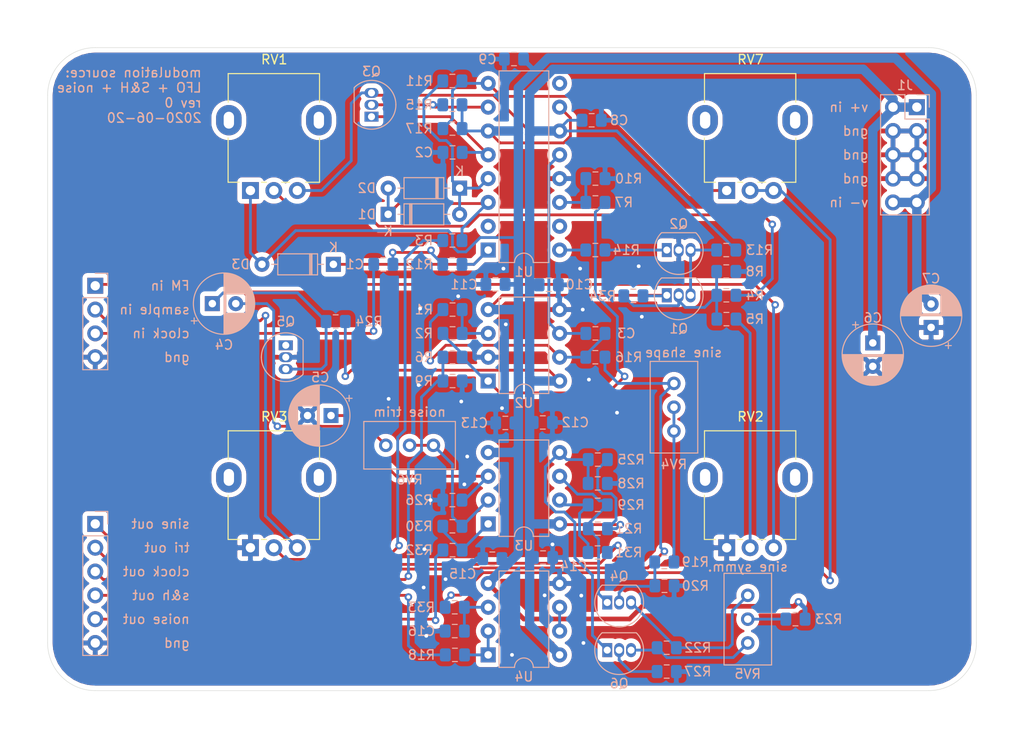
<source format=kicad_pcb>
(kicad_pcb (version 20171130) (host pcbnew 5.1.6-c6e7f7d~87~ubuntu18.04.1)
  (title_block (title "Modulation Source") (date 2020-07-22) (rev 0) (comment 1 creativecommons.org/licenses/by/4.0/) (comment 2 "License: CC by 4.0") (comment 3 "Author: Jordan Aceto"))
  (layers (0 F.Cu signal) (31 B.Cu signal) (34 B.Paste user) (35 F.Paste user) (36 B.SilkS user) (37 F.SilkS user) (38 B.Mask user) (39 F.Mask user) (44 Edge.Cuts user))
  (net 0 "")
  (net 1 sample_gate_in)
  (net 2 "Net-(C1-Pad1)")
  (net 3 "Net-(C2-Pad2)")
  (net 4 GND)
  (net 5 "Net-(C3-Pad2)")
  (net 6 "Net-(C3-Pad1)")
  (net 7 "Net-(C4-Pad2)")
  (net 8 "Net-(C4-Pad1)")
  (net 9 "Net-(C5-Pad1)")
  (net 10 +12V)
  (net 11 -12V)
  (net 12 "Net-(C16-Pad1)")
  (net 13 "Net-(D1-Pad2)")
  (net 14 "Net-(D1-Pad1)")
  (net 15 "Net-(D3-Pad1)")
  (net 16 "Net-(Q1-Pad3)")
  (net 17 "Net-(Q1-Pad2)")
  (net 18 "Net-(Q2-Pad1)")
  (net 19 "Net-(Q3-Pad2)")
  (net 20 "Net-(Q4-Pad1)")
  (net 21 "Net-(Q4-Pad3)")
  (net 22 "Net-(Q4-Pad2)")
  (net 23 "Net-(Q5-Pad1)")
  (net 24 "Net-(Q6-Pad1)")
  (net 25 "Net-(Q6-Pad3)")
  (net 26 "Net-(Q6-Pad2)")
  (net 27 "Net-(R1-Pad2)")
  (net 28 "Net-(R2-Pad1)")
  (net 29 "Net-(R3-Pad2)")
  (net 30 "Net-(R4-Pad2)")
  (net 31 "Net-(R5-Pad2)")
  (net 32 square_out)
  (net 33 "Net-(R10-Pad1)")
  (net 34 "Net-(R11-Pad1)")
  (net 35 "Net-(R14-Pad2)")
  (net 36 tri_out)
  (net 37 "Net-(R18-Pad2)")
  (net 38 s_and_h_out)
  (net 39 "Net-(R19-Pad1)")
  (net 40 "Net-(R23-Pad2)")
  (net 41 "Net-(R29-Pad1)")
  (net 42 "Net-(R30-Pad2)")
  (net 43 "Net-(R30-Pad1)")
  (net 44 sine_out)
  (net 45 noise_out)
  (net 46 "Net-(R33-Pad2)")
  (net 47 FM_in)
  (net 48 sample_signal_in)
  (net 49 "Net-(U1-Pad15)")
  (net 50 "Net-(U1-Pad2)")
  (net 51 "Net-(U1-Pad9)")
  (net 52 "Net-(U4-Pad6)")
  (module Resistor_SMD:R_0805_2012Metric_Pad1.15x1.40mm_HandSolder (layer B.Cu) (at 164.075 77.2795)
    (fp_text reference R34 (at -3.293 0) (layer B.SilkS) (effects (justify mirror)))
    (fp_text value 220k)
    (pad 2 smd roundrect (at 1.025 0) (size 1.15 1.4) (layers B.Cu B.Paste B.Mask) (roundrect_rratio 0.217391) (net 11 -12V))
    (pad 1 smd roundrect (at -1.025 0) (size 1.15 1.4) (layers B.Cu B.Paste B.Mask) (roundrect_rratio 0.217391) (net 17 "Net-(Q1-Pad2)"))
  )
  (module Capacitor_THT:CP_Radial_D6.3mm_P2.50mm (layer B.Cu) (at 195.834 80.645 90)
    (fp_text reference C7 (at 5.207 0 180) (layer B.SilkS) (effects (justify mirror)))
    (fp_text value 10uF)
    (pad 2 thru_hole circle (at 2.5 0 90) (size 1.6 1.6) (drill 0.8) (layers *.Cu *.Mask) (net 11 -12V))
    (pad 1 thru_hole rect (at 0 0 90) (size 1.6 1.6) (drill 0.8) (layers *.Cu *.Mask) (net 4 GND))
  )
  (module Capacitor_THT:CP_Radial_D6.3mm_P2.50mm (layer B.Cu) (at 189.611 82.296 270)
    (fp_text reference C6 (at -2.667 0) (layer B.SilkS) (effects (justify mirror)))
    (fp_text value 10uF)
    (pad 2 thru_hole circle (at 2.5 0 270) (size 1.6 1.6) (drill 0.8) (layers *.Cu *.Mask) (net 4 GND))
    (pad 1 thru_hole rect (at 0 0 270) (size 1.6 1.6) (drill 0.8) (layers *.Cu *.Mask) (net 10 +12V))
  )
  (module Capacitor_THT:CP_Radial_D6.3mm_P2.50mm (layer B.Cu) (at 131.826 90.043 180)
    (fp_text reference C5 (at 1.143 4.064) (layer B.SilkS) (effects (justify mirror)))
    (fp_text value 47uF)
    (pad 2 thru_hole circle (at 2.5 0 180) (size 1.6 1.6) (drill 0.8) (layers *.Cu *.Mask) (net 4 GND))
    (pad 1 thru_hole rect (at 0 0 180) (size 1.6 1.6) (drill 0.8) (layers *.Cu *.Mask) (net 9 "Net-(C5-Pad1)"))
  )
  (module Capacitor_THT:CP_Radial_D6.3mm_P2.50mm (layer B.Cu) (at 119.166 78.105)
    (fp_text reference C4 (at 1.25 4.4) (layer B.SilkS) (effects (justify mirror)))
    (fp_text value 47uF)
    (pad 2 thru_hole circle (at 2.5 0) (size 1.6 1.6) (drill 0.8) (layers *.Cu *.Mask) (net 7 "Net-(C4-Pad2)"))
    (pad 1 thru_hole rect (at 0 0) (size 1.6 1.6) (drill 0.8) (layers *.Cu *.Mask) (net 8 "Net-(C4-Pad1)"))
  )
  (module Potentiometer_THT:Potentiometer_Alpha_RD901F-40-00D_Single_Vertical (layer F.Cu) (at 174.03 66.04 90)
    (fp_text reference RV7 (at 13.97 2.54) (layer F.SilkS))
    (fp_text value 1MA)
    (pad "" thru_hole oval (at 7.5 -2.3 180) (size 2.72 3.24) (drill oval 1.1 1.8) (layers *.Cu *.Mask))
    (pad "" thru_hole oval (at 7.5 7.3 180) (size 2.72 3.24) (drill oval 1.1 1.8) (layers *.Cu *.Mask))
    (pad 3 thru_hole circle (at 0 5 180) (size 1.8 1.8) (drill 1) (layers *.Cu *.Mask) (net 46 "Net-(R33-Pad2)"))
    (pad 2 thru_hole circle (at 0 2.5 180) (size 1.8 1.8) (drill 1) (layers *.Cu *.Mask) (net 46 "Net-(R33-Pad2)"))
    (pad 1 thru_hole rect (at 0 0 180) (size 1.8 1.8) (drill 1) (layers *.Cu *.Mask) (net 34 "Net-(R11-Pad1)"))
  )
  (module Potentiometer_THT:Potentiometer_Alpha_RD901F-40-00D_Single_Vertical (layer F.Cu) (at 123.23 104.14 90)
    (fp_text reference RV3 (at 13.97 2.54) (layer F.SilkS))
    (fp_text value 100k)
    (pad "" thru_hole oval (at 7.5 -2.3 180) (size 2.72 3.24) (drill oval 1.1 1.8) (layers *.Cu *.Mask))
    (pad "" thru_hole oval (at 7.5 7.3 180) (size 2.72 3.24) (drill oval 1.1 1.8) (layers *.Cu *.Mask))
    (pad 3 thru_hole circle (at 0 5 180) (size 1.8 1.8) (drill 1) (layers *.Cu *.Mask) (net 48 sample_signal_in))
    (pad 2 thru_hole circle (at 0 2.5 180) (size 1.8 1.8) (drill 1) (layers *.Cu *.Mask) (net 29 "Net-(R3-Pad2)"))
    (pad 1 thru_hole rect (at 0 0 180) (size 1.8 1.8) (drill 1) (layers *.Cu *.Mask) (net 4 GND))
  )
  (module Potentiometer_THT:Potentiometer_Alpha_RD901F-40-00D_Single_Vertical (layer F.Cu) (at 174.03 104.14 90)
    (fp_text reference RV2 (at 13.97 2.54) (layer F.SilkS))
    (fp_text value 100k)
    (pad "" thru_hole oval (at 7.5 -2.3 180) (size 2.72 3.24) (drill oval 1.1 1.8) (layers *.Cu *.Mask))
    (pad "" thru_hole oval (at 7.5 7.3 180) (size 2.72 3.24) (drill oval 1.1 1.8) (layers *.Cu *.Mask))
    (pad 3 thru_hole circle (at 0 5 180) (size 1.8 1.8) (drill 1) (layers *.Cu *.Mask) (net 47 FM_in))
    (pad 2 thru_hole circle (at 0 2.5 180) (size 1.8 1.8) (drill 1) (layers *.Cu *.Mask) (net 31 "Net-(R5-Pad2)"))
    (pad 1 thru_hole rect (at 0 0 180) (size 1.8 1.8) (drill 1) (layers *.Cu *.Mask) (net 4 GND))
  )
  (module Potentiometer_THT:Potentiometer_Alpha_RD901F-40-00D_Single_Vertical (layer F.Cu) (at 123.23 66.04 90)
    (fp_text reference RV1 (at 13.97 2.54) (layer F.SilkS))
    (fp_text value 100k)
    (pad "" thru_hole oval (at 7.5 -2.3 180) (size 2.72 3.24) (drill oval 1.1 1.8) (layers *.Cu *.Mask))
    (pad "" thru_hole oval (at 7.5 7.3 180) (size 2.72 3.24) (drill oval 1.1 1.8) (layers *.Cu *.Mask))
    (pad 3 thru_hole circle (at 0 5 180) (size 1.8 1.8) (drill 1) (layers *.Cu *.Mask) (net 10 +12V))
    (pad 2 thru_hole circle (at 0 2.5 180) (size 1.8 1.8) (drill 1) (layers *.Cu *.Mask) (net 30 "Net-(R4-Pad2)"))
    (pad 1 thru_hole rect (at 0 0 180) (size 1.8 1.8) (drill 1) (layers *.Cu *.Mask) (net 11 -12V))
  )
  (module Connector_PinHeader_2.54mm:PinHeader_1x06_P2.54mm_Vertical (layer B.Cu) (at 106.68 101.6 180)
    (fp_text reference outputs1 hide)
    (fp_text value Conn_01x06)
    (pad 6 thru_hole oval (at 0 -12.7 180) (size 1.7 1.7) (drill 1) (layers *.Cu *.Mask) (net 4 GND))
    (pad 5 thru_hole oval (at 0 -10.16 180) (size 1.7 1.7) (drill 1) (layers *.Cu *.Mask) (net 45 noise_out))
    (pad 4 thru_hole oval (at 0 -7.62 180) (size 1.7 1.7) (drill 1) (layers *.Cu *.Mask) (net 38 s_and_h_out))
    (pad 3 thru_hole oval (at 0 -5.08 180) (size 1.7 1.7) (drill 1) (layers *.Cu *.Mask) (net 32 square_out))
    (pad 2 thru_hole oval (at 0 -2.54 180) (size 1.7 1.7) (drill 1) (layers *.Cu *.Mask) (net 36 tri_out))
    (pad 1 thru_hole rect (at 0 0 180) (size 1.7 1.7) (drill 1) (layers *.Cu *.Mask) (net 44 sine_out))
  )
  (module Connector_PinHeader_2.54mm:PinHeader_1x04_P2.54mm_Vertical (layer B.Cu) (at 106.68 76.2 180)
    (fp_text reference inputs1 hide)
    (fp_text value Conn_01x04)
    (pad 4 thru_hole oval (at 0 -7.62 180) (size 1.7 1.7) (drill 1) (layers *.Cu *.Mask) (net 4 GND))
    (pad 3 thru_hole oval (at 0 -5.08 180) (size 1.7 1.7) (drill 1) (layers *.Cu *.Mask) (net 1 sample_gate_in))
    (pad 2 thru_hole oval (at 0 -2.54 180) (size 1.7 1.7) (drill 1) (layers *.Cu *.Mask) (net 48 sample_signal_in))
    (pad 1 thru_hole rect (at 0 0 180) (size 1.7 1.7) (drill 1) (layers *.Cu *.Mask) (net 47 FM_in))
  )
  (module Package_DIP:DIP-8_W7.62mm (layer B.Cu) (at 148.59 101.6)
    (fp_text reference U3 (at 3.81 2.33) (layer B.SilkS) (effects (justify mirror)))
    (fp_text value TL072)
    (pad 8 thru_hole oval (at 7.62 0) (size 1.6 1.6) (drill 0.8) (layers *.Cu *.Mask) (net 10 +12V))
    (pad 4 thru_hole oval (at 0 -7.62) (size 1.6 1.6) (drill 0.8) (layers *.Cu *.Mask) (net 11 -12V))
    (pad 7 thru_hole oval (at 7.62 -2.54) (size 1.6 1.6) (drill 0.8) (layers *.Cu *.Mask) (net 41 "Net-(R29-Pad1)"))
    (pad 3 thru_hole oval (at 0 -5.08) (size 1.6 1.6) (drill 0.8) (layers *.Cu *.Mask) (net 7 "Net-(C4-Pad2)"))
    (pad 6 thru_hole oval (at 7.62 -5.08) (size 1.6 1.6) (drill 0.8) (layers *.Cu *.Mask) (net 20 "Net-(Q4-Pad1)"))
    (pad 2 thru_hole oval (at 0 -2.54) (size 1.6 1.6) (drill 0.8) (layers *.Cu *.Mask) (net 42 "Net-(R30-Pad2)"))
    (pad 5 thru_hole oval (at 7.62 -7.62) (size 1.6 1.6) (drill 0.8) (layers *.Cu *.Mask) (net 24 "Net-(Q6-Pad1)"))
    (pad 1 thru_hole rect (at 0 0) (size 1.6 1.6) (drill 0.8) (layers *.Cu *.Mask) (net 43 "Net-(R30-Pad1)"))
  )
  (module Package_DIP:DIP-8_W7.62mm (layer B.Cu) (at 148.59 86.36)
    (fp_text reference U2 (at 3.81 2.33) (layer B.SilkS) (effects (justify mirror)))
    (fp_text value TL072)
    (pad 8 thru_hole oval (at 7.62 0) (size 1.6 1.6) (drill 0.8) (layers *.Cu *.Mask) (net 10 +12V))
    (pad 4 thru_hole oval (at 0 -7.62) (size 1.6 1.6) (drill 0.8) (layers *.Cu *.Mask) (net 11 -12V))
    (pad 7 thru_hole oval (at 7.62 -2.54) (size 1.6 1.6) (drill 0.8) (layers *.Cu *.Mask) (net 6 "Net-(C3-Pad1)"))
    (pad 3 thru_hole oval (at 0 -5.08) (size 1.6 1.6) (drill 0.8) (layers *.Cu *.Mask) (net 27 "Net-(R1-Pad2)"))
    (pad 6 thru_hole oval (at 7.62 -5.08) (size 1.6 1.6) (drill 0.8) (layers *.Cu *.Mask) (net 5 "Net-(C3-Pad2)"))
    (pad 2 thru_hole oval (at 0 -2.54) (size 1.6 1.6) (drill 0.8) (layers *.Cu *.Mask) (net 4 GND))
    (pad 5 thru_hole oval (at 7.62 -7.62) (size 1.6 1.6) (drill 0.8) (layers *.Cu *.Mask) (net 4 GND))
    (pad 1 thru_hole rect (at 0 0) (size 1.6 1.6) (drill 0.8) (layers *.Cu *.Mask) (net 28 "Net-(R2-Pad1)"))
  )
  (module Package_DIP:DIP-8_W7.62mm (layer B.Cu) (at 148.59 115.57)
    (fp_text reference U4 (at 3.81 2.33) (layer B.SilkS) (effects (justify mirror)))
    (fp_text value TL072)
    (pad 8 thru_hole oval (at 7.62 0) (size 1.6 1.6) (drill 0.8) (layers *.Cu *.Mask) (net 10 +12V))
    (pad 4 thru_hole oval (at 0 -7.62) (size 1.6 1.6) (drill 0.8) (layers *.Cu *.Mask) (net 11 -12V))
    (pad 7 thru_hole oval (at 7.62 -2.54) (size 1.6 1.6) (drill 0.8) (layers *.Cu *.Mask) (net 52 "Net-(U4-Pad6)"))
    (pad 3 thru_hole oval (at 0 -5.08) (size 1.6 1.6) (drill 0.8) (layers *.Cu *.Mask) (net 12 "Net-(C16-Pad1)"))
    (pad 6 thru_hole oval (at 7.62 -5.08) (size 1.6 1.6) (drill 0.8) (layers *.Cu *.Mask) (net 52 "Net-(U4-Pad6)"))
    (pad 2 thru_hole oval (at 0 -2.54) (size 1.6 1.6) (drill 0.8) (layers *.Cu *.Mask) (net 37 "Net-(R18-Pad2)"))
    (pad 5 thru_hole oval (at 7.62 -7.62) (size 1.6 1.6) (drill 0.8) (layers *.Cu *.Mask) (net 4 GND))
    (pad 1 thru_hole rect (at 0 0) (size 1.6 1.6) (drill 0.8) (layers *.Cu *.Mask) (net 37 "Net-(R18-Pad2)"))
  )
  (module Package_DIP:DIP-16_W7.62mm (layer B.Cu) (at 148.59 72.39)
    (fp_text reference U1 (at 3.81 2.33) (layer B.SilkS) (effects (justify mirror)))
    (fp_text value LM13700)
    (pad 16 thru_hole oval (at 7.62 0) (size 1.6 1.6) (drill 0.8) (layers *.Cu *.Mask) (net 35 "Net-(R14-Pad2)"))
    (pad 8 thru_hole oval (at 0 -17.78) (size 1.6 1.6) (drill 0.8) (layers *.Cu *.Mask) (net 34 "Net-(R11-Pad1)"))
    (pad 15 thru_hole oval (at 7.62 -2.54) (size 1.6 1.6) (drill 0.8) (layers *.Cu *.Mask) (net 49 "Net-(U1-Pad15)"))
    (pad 7 thru_hole oval (at 0 -15.24) (size 1.6 1.6) (drill 0.8) (layers *.Cu *.Mask) (net 19 "Net-(Q3-Pad2)"))
    (pad 14 thru_hole oval (at 7.62 -5.08) (size 1.6 1.6) (drill 0.8) (layers *.Cu *.Mask) (net 33 "Net-(R10-Pad1)"))
    (pad 6 thru_hole oval (at 0 -12.7) (size 1.6 1.6) (drill 0.8) (layers *.Cu *.Mask) (net 11 -12V))
    (pad 13 thru_hole oval (at 7.62 -7.62) (size 1.6 1.6) (drill 0.8) (layers *.Cu *.Mask) (net 4 GND))
    (pad 5 thru_hole oval (at 0 -10.16) (size 1.6 1.6) (drill 0.8) (layers *.Cu *.Mask) (net 3 "Net-(C2-Pad2)"))
    (pad 12 thru_hole oval (at 7.62 -10.16) (size 1.6 1.6) (drill 0.8) (layers *.Cu *.Mask) (net 5 "Net-(C3-Pad2)"))
    (pad 4 thru_hole oval (at 0 -7.62) (size 1.6 1.6) (drill 0.8) (layers *.Cu *.Mask) (net 13 "Net-(D1-Pad2)"))
    (pad 11 thru_hole oval (at 7.62 -12.7) (size 1.6 1.6) (drill 0.8) (layers *.Cu *.Mask) (net 10 +12V))
    (pad 3 thru_hole oval (at 0 -5.08) (size 1.6 1.6) (drill 0.8) (layers *.Cu *.Mask) (net 14 "Net-(D1-Pad1)"))
    (pad 10 thru_hole oval (at 7.62 -15.24) (size 1.6 1.6) (drill 0.8) (layers *.Cu *.Mask) (net 11 -12V))
    (pad 2 thru_hole oval (at 0 -2.54) (size 1.6 1.6) (drill 0.8) (layers *.Cu *.Mask) (net 50 "Net-(U1-Pad2)"))
    (pad 9 thru_hole oval (at 7.62 -17.78) (size 1.6 1.6) (drill 0.8) (layers *.Cu *.Mask) (net 51 "Net-(U1-Pad9)"))
    (pad 1 thru_hole rect (at 0 0) (size 1.6 1.6) (drill 0.8) (layers *.Cu *.Mask) (net 15 "Net-(D3-Pad1)"))
  )
  (module Potentiometer_THT:Potentiometer_Bourns_3296W_Vertical (layer B.Cu) (at 142.748 93.218)
    (fp_text reference RV6 (at -2.54 3.66) (layer B.SilkS) (effects (justify mirror)))
    (fp_text value 1k)
    (pad 3 thru_hole circle (at -5.08 0) (size 1.44 1.44) (drill 0.8) (layers *.Cu *.Mask) (net 9 "Net-(C5-Pad1)"))
    (pad 2 thru_hole circle (at -2.54 0) (size 1.44 1.44) (drill 0.8) (layers *.Cu *.Mask) (net 42 "Net-(R30-Pad2)"))
    (pad 1 thru_hole circle (at 0 0) (size 1.44 1.44) (drill 0.8) (layers *.Cu *.Mask) (net 42 "Net-(R30-Pad2)"))
  )
  (module Potentiometer_THT:Potentiometer_Bourns_3296W_Vertical (layer B.Cu) (at 176.276 114.3 270)
    (fp_text reference RV5 (at 3.302 0 180) (layer B.SilkS) (effects (justify mirror)))
    (fp_text value 50k)
    (pad 3 thru_hole circle (at -5.08 0 270) (size 1.44 1.44) (drill 0.8) (layers *.Cu *.Mask) (net 21 "Net-(Q4-Pad3)"))
    (pad 2 thru_hole circle (at -2.54 0 270) (size 1.44 1.44) (drill 0.8) (layers *.Cu *.Mask) (net 40 "Net-(R23-Pad2)"))
    (pad 1 thru_hole circle (at 0 0 270) (size 1.44 1.44) (drill 0.8) (layers *.Cu *.Mask) (net 25 "Net-(Q6-Pad3)"))
  )
  (module Potentiometer_THT:Potentiometer_Bourns_3296W_Vertical (layer B.Cu) (at 168.402 91.694 270)
    (fp_text reference RV4 (at 3.556 0 180) (layer B.SilkS) (effects (justify mirror)))
    (fp_text value 50k)
    (pad 3 thru_hole circle (at -5.08 0 270) (size 1.44 1.44) (drill 0.8) (layers *.Cu *.Mask) (net 36 tri_out))
    (pad 2 thru_hole circle (at -2.54 0 270) (size 1.44 1.44) (drill 0.8) (layers *.Cu *.Mask) (net 39 "Net-(R19-Pad1)"))
    (pad 1 thru_hole circle (at 0 0 270) (size 1.44 1.44) (drill 0.8) (layers *.Cu *.Mask) (net 39 "Net-(R19-Pad1)"))
  )
  (module Resistor_SMD:R_0805_2012Metric_Pad1.15x1.40mm_HandSolder (layer B.Cu) (at 145.025 110.49 180)
    (fp_text reference R33 (at 3.565 0) (layer B.SilkS) (effects (justify mirror)))
    (fp_text value 1k)
    (pad 2 smd roundrect (at 1.025 0 180) (size 1.15 1.4) (layers B.Cu B.Paste B.Mask) (roundrect_rratio 0.217391) (net 46 "Net-(R33-Pad2)"))
    (pad 1 smd roundrect (at -1.025 0 180) (size 1.15 1.4) (layers B.Cu B.Paste B.Mask) (roundrect_rratio 0.217391) (net 12 "Net-(C16-Pad1)"))
  )
  (module Resistor_SMD:R_0805_2012Metric_Pad1.15x1.40mm_HandSolder (layer B.Cu) (at 144.789 104.394)
    (fp_text reference R32 (at -3.565 0) (layer B.SilkS) (effects (justify mirror)))
    (fp_text value 1k)
    (pad 2 smd roundrect (at 1.025 0) (size 1.15 1.4) (layers B.Cu B.Paste B.Mask) (roundrect_rratio 0.217391) (net 43 "Net-(R30-Pad1)"))
    (pad 1 smd roundrect (at -1.025 0) (size 1.15 1.4) (layers B.Cu B.Paste B.Mask) (roundrect_rratio 0.217391) (net 45 noise_out))
  )
  (module Resistor_SMD:R_0805_2012Metric_Pad1.15x1.40mm_HandSolder (layer B.Cu) (at 160.265 104.648 180)
    (fp_text reference R31 (at -3.311 0) (layer B.SilkS) (effects (justify mirror)))
    (fp_text value 1k)
    (pad 2 smd roundrect (at 1.025 0 180) (size 1.15 1.4) (layers B.Cu B.Paste B.Mask) (roundrect_rratio 0.217391) (net 41 "Net-(R29-Pad1)"))
    (pad 1 smd roundrect (at -1.025 0 180) (size 1.15 1.4) (layers B.Cu B.Paste B.Mask) (roundrect_rratio 0.217391) (net 44 sine_out))
  )
  (module Resistor_SMD:R_0805_2012Metric_Pad1.15x1.40mm_HandSolder (layer B.Cu) (at 144.771 101.854)
    (fp_text reference R30 (at -3.565 0) (layer B.SilkS) (effects (justify mirror)))
    (fp_text value 10M)
    (pad 2 smd roundrect (at 1.025 0) (size 1.15 1.4) (layers B.Cu B.Paste B.Mask) (roundrect_rratio 0.217391) (net 42 "Net-(R30-Pad2)"))
    (pad 1 smd roundrect (at -1.025 0) (size 1.15 1.4) (layers B.Cu B.Paste B.Mask) (roundrect_rratio 0.217391) (net 43 "Net-(R30-Pad1)"))
  )
  (module Resistor_SMD:R_0805_2012Metric_Pad1.15x1.40mm_HandSolder (layer B.Cu) (at 160.274 99.568)
    (fp_text reference R29 (at 3.556 0) (layer B.SilkS) (effects (justify mirror)))
    (fp_text value 15k)
    (pad 2 smd roundrect (at 1.025 0) (size 1.15 1.4) (layers B.Cu B.Paste B.Mask) (roundrect_rratio 0.217391) (net 20 "Net-(Q4-Pad1)"))
    (pad 1 smd roundrect (at -1.025 0) (size 1.15 1.4) (layers B.Cu B.Paste B.Mask) (roundrect_rratio 0.217391) (net 41 "Net-(R29-Pad1)"))
  )
  (module Resistor_SMD:R_0805_2012Metric_Pad1.15x1.40mm_HandSolder (layer B.Cu) (at 160.274 97.282 180)
    (fp_text reference R28 (at -3.556 0) (layer B.SilkS) (effects (justify mirror)))
    (fp_text value 15k)
    (pad 2 smd roundrect (at 1.025 0 180) (size 1.15 1.4) (layers B.Cu B.Paste B.Mask) (roundrect_rratio 0.217391) (net 24 "Net-(Q6-Pad1)"))
    (pad 1 smd roundrect (at -1.025 0 180) (size 1.15 1.4) (layers B.Cu B.Paste B.Mask) (roundrect_rratio 0.217391) (net 4 GND))
  )
  (module Resistor_SMD:R_0805_2012Metric_Pad1.15x1.40mm_HandSolder (layer B.Cu) (at 167.631 117.348 180)
    (fp_text reference R27 (at -3.311 0) (layer B.SilkS) (effects (justify mirror)))
    (fp_text value 2k2)
    (pad 2 smd roundrect (at 1.025 0 180) (size 1.15 1.4) (layers B.Cu B.Paste B.Mask) (roundrect_rratio 0.217391) (net 26 "Net-(Q6-Pad2)"))
    (pad 1 smd roundrect (at -1.025 0 180) (size 1.15 1.4) (layers B.Cu B.Paste B.Mask) (roundrect_rratio 0.217391) (net 4 GND))
  )
  (module Resistor_SMD:R_0805_2012Metric_Pad1.15x1.40mm_HandSolder (layer B.Cu) (at 144.771 99.06)
    (fp_text reference R26 (at -3.565 0) (layer B.SilkS) (effects (justify mirror)))
    (fp_text value 1M)
    (pad 2 smd roundrect (at 1.025 0) (size 1.15 1.4) (layers B.Cu B.Paste B.Mask) (roundrect_rratio 0.217391) (net 7 "Net-(C4-Pad2)"))
    (pad 1 smd roundrect (at -1.025 0) (size 1.15 1.4) (layers B.Cu B.Paste B.Mask) (roundrect_rratio 0.217391) (net 4 GND))
  )
  (module Resistor_SMD:R_0805_2012Metric_Pad1.15x1.40mm_HandSolder (layer B.Cu) (at 160.283 94.742)
    (fp_text reference R25 (at 3.556 0) (layer B.SilkS) (effects (justify mirror)))
    (fp_text value 10k)
    (pad 2 smd roundrect (at 1.025 0) (size 1.15 1.4) (layers B.Cu B.Paste B.Mask) (roundrect_rratio 0.217391) (net 10 +12V))
    (pad 1 smd roundrect (at -1.025 0) (size 1.15 1.4) (layers B.Cu B.Paste B.Mask) (roundrect_rratio 0.217391) (net 24 "Net-(Q6-Pad1)"))
  )
  (module Resistor_SMD:R_0805_2012Metric_Pad1.15x1.40mm_HandSolder (layer B.Cu) (at 132.325 80.01 180)
    (fp_text reference R24 (at -3.565 0) (layer B.SilkS) (effects (justify mirror)))
    (fp_text value 150k)
    (pad 2 smd roundrect (at 1.025 0 180) (size 1.15 1.4) (layers B.Cu B.Paste B.Mask) (roundrect_rratio 0.217391) (net 8 "Net-(C4-Pad1)"))
    (pad 1 smd roundrect (at -1.025 0 180) (size 1.15 1.4) (layers B.Cu B.Paste B.Mask) (roundrect_rratio 0.217391) (net 10 +12V))
  )
  (module Resistor_SMD:R_0805_2012Metric_Pad1.15x1.40mm_HandSolder (layer B.Cu) (at 181.365 111.76 180)
    (fp_text reference R23 (at -3.547 0) (layer B.SilkS) (effects (justify mirror)))
    (fp_text value 18k)
    (pad 2 smd roundrect (at 1.025 0 180) (size 1.15 1.4) (layers B.Cu B.Paste B.Mask) (roundrect_rratio 0.217391) (net 40 "Net-(R23-Pad2)"))
    (pad 1 smd roundrect (at -1.025 0 180) (size 1.15 1.4) (layers B.Cu B.Paste B.Mask) (roundrect_rratio 0.217391) (net 11 -12V))
  )
  (module Resistor_SMD:R_0805_2012Metric_Pad1.15x1.40mm_HandSolder (layer B.Cu) (at 167.631 114.808 180)
    (fp_text reference R22 (at -3.311 0) (layer B.SilkS) (effects (justify mirror)))
    (fp_text value 390)
    (pad 2 smd roundrect (at 1.025 0 180) (size 1.15 1.4) (layers B.Cu B.Paste B.Mask) (roundrect_rratio 0.217391) (net 25 "Net-(Q6-Pad3)"))
    (pad 1 smd roundrect (at -1.025 0 180) (size 1.15 1.4) (layers B.Cu B.Paste B.Mask) (roundrect_rratio 0.217391) (net 21 "Net-(Q4-Pad3)"))
  )
  (module Resistor_SMD:R_0805_2012Metric_Pad1.15x1.40mm_HandSolder (layer B.Cu) (at 160.283 102.108)
    (fp_text reference R21 (at 3.302 0) (layer B.SilkS) (effects (justify mirror)))
    (fp_text value 10k)
    (pad 2 smd roundrect (at 1.025 0) (size 1.15 1.4) (layers B.Cu B.Paste B.Mask) (roundrect_rratio 0.217391) (net 10 +12V))
    (pad 1 smd roundrect (at -1.025 0) (size 1.15 1.4) (layers B.Cu B.Paste B.Mask) (roundrect_rratio 0.217391) (net 20 "Net-(Q4-Pad1)"))
  )
  (module Resistor_SMD:R_0805_2012Metric_Pad1.15x1.40mm_HandSolder (layer B.Cu) (at 167.395 108.204 180)
    (fp_text reference R20 (at -3.293 0) (layer B.SilkS) (effects (justify mirror)))
    (fp_text value 2k2)
    (pad 2 smd roundrect (at 1.025 0 180) (size 1.15 1.4) (layers B.Cu B.Paste B.Mask) (roundrect_rratio 0.217391) (net 22 "Net-(Q4-Pad2)"))
    (pad 1 smd roundrect (at -1.025 0 180) (size 1.15 1.4) (layers B.Cu B.Paste B.Mask) (roundrect_rratio 0.217391) (net 4 GND))
  )
  (module Resistor_SMD:R_0805_2012Metric_Pad1.15x1.40mm_HandSolder (layer B.Cu) (at 167.377 105.664 180)
    (fp_text reference R19 (at -3.311 0) (layer B.SilkS) (effects (justify mirror)))
    (fp_text value 27k)
    (pad 2 smd roundrect (at 1.025 0 180) (size 1.15 1.4) (layers B.Cu B.Paste B.Mask) (roundrect_rratio 0.217391) (net 22 "Net-(Q4-Pad2)"))
    (pad 1 smd roundrect (at -1.025 0 180) (size 1.15 1.4) (layers B.Cu B.Paste B.Mask) (roundrect_rratio 0.217391) (net 39 "Net-(R19-Pad1)"))
  )
  (module Resistor_SMD:R_0805_2012Metric_Pad1.15x1.40mm_HandSolder (layer B.Cu) (at 145.043 115.57)
    (fp_text reference R18 (at -3.565 0) (layer B.SilkS) (effects (justify mirror)))
    (fp_text value 1k)
    (pad 2 smd roundrect (at 1.025 0) (size 1.15 1.4) (layers B.Cu B.Paste B.Mask) (roundrect_rratio 0.217391) (net 37 "Net-(R18-Pad2)"))
    (pad 1 smd roundrect (at -1.025 0) (size 1.15 1.4) (layers B.Cu B.Paste B.Mask) (roundrect_rratio 0.217391) (net 38 s_and_h_out))
  )
  (module Resistor_SMD:R_0805_2012Metric_Pad1.15x1.40mm_HandSolder (layer B.Cu) (at 144.78 59.436 180)
    (fp_text reference R17 (at 3.556 0) (layer B.SilkS) (effects (justify mirror)))
    (fp_text value 15k)
    (pad 2 smd roundrect (at 1.025 0 180) (size 1.15 1.4) (layers B.Cu B.Paste B.Mask) (roundrect_rratio 0.217391) (net 34 "Net-(R11-Pad1)"))
    (pad 1 smd roundrect (at -1.025 0 180) (size 1.15 1.4) (layers B.Cu B.Paste B.Mask) (roundrect_rratio 0.217391) (net 11 -12V))
  )
  (module Resistor_SMD:R_0805_2012Metric_Pad1.15x1.40mm_HandSolder (layer B.Cu) (at 160.02 83.82 180)
    (fp_text reference R16 (at -3.556 0) (layer B.SilkS) (effects (justify mirror)))
    (fp_text value 1k)
    (pad 2 smd roundrect (at 1.025 0 180) (size 1.15 1.4) (layers B.Cu B.Paste B.Mask) (roundrect_rratio 0.217391) (net 6 "Net-(C3-Pad1)"))
    (pad 1 smd roundrect (at -1.025 0 180) (size 1.15 1.4) (layers B.Cu B.Paste B.Mask) (roundrect_rratio 0.217391) (net 36 tri_out))
  )
  (module Resistor_SMD:R_0805_2012Metric_Pad1.15x1.40mm_HandSolder (layer B.Cu) (at 144.771 56.896 180)
    (fp_text reference R15 (at 3.547 0) (layer B.SilkS) (effects (justify mirror)))
    (fp_text value 51k)
    (pad 2 smd roundrect (at 1.025 0 180) (size 1.15 1.4) (layers B.Cu B.Paste B.Mask) (roundrect_rratio 0.217391) (net 19 "Net-(Q3-Pad2)"))
    (pad 1 smd roundrect (at -1.025 0 180) (size 1.15 1.4) (layers B.Cu B.Paste B.Mask) (roundrect_rratio 0.217391) (net 11 -12V))
  )
  (module Resistor_SMD:R_0805_2012Metric_Pad1.15x1.40mm_HandSolder (layer B.Cu) (at 160.02 72.39 180)
    (fp_text reference R14 (at -3.311 0) (layer B.SilkS) (effects (justify mirror)))
    (fp_text value 15k)
    (pad 2 smd roundrect (at 1.025 0 180) (size 1.15 1.4) (layers B.Cu B.Paste B.Mask) (roundrect_rratio 0.217391) (net 35 "Net-(R14-Pad2)"))
    (pad 1 smd roundrect (at -1.025 0 180) (size 1.15 1.4) (layers B.Cu B.Paste B.Mask) (roundrect_rratio 0.217391) (net 18 "Net-(Q2-Pad1)"))
  )
  (module Resistor_SMD:R_0805_2012Metric_Pad1.15x1.40mm_HandSolder (layer B.Cu) (at 173.981 72.39 180)
    (fp_text reference R13 (at -3.565 0) (layer B.SilkS) (effects (justify mirror)))
    (fp_text value 15k)
    (pad 2 smd roundrect (at 1.025 0 180) (size 1.15 1.4) (layers B.Cu B.Paste B.Mask) (roundrect_rratio 0.217391) (net 16 "Net-(Q1-Pad3)"))
    (pad 1 smd roundrect (at -1.025 0 180) (size 1.15 1.4) (layers B.Cu B.Paste B.Mask) (roundrect_rratio 0.217391) (net 10 +12V))
  )
  (module Resistor_SMD:R_0805_2012Metric_Pad1.15x1.40mm_HandSolder (layer B.Cu) (at 144.771 73.914 180)
    (fp_text reference R12 (at 3.547 0) (layer B.SilkS) (effects (justify mirror)))
    (fp_text value 33k)
    (pad 2 smd roundrect (at 1.025 0 180) (size 1.15 1.4) (layers B.Cu B.Paste B.Mask) (roundrect_rratio 0.217391) (net 2 "Net-(C1-Pad1)"))
    (pad 1 smd roundrect (at -1.025 0 180) (size 1.15 1.4) (layers B.Cu B.Paste B.Mask) (roundrect_rratio 0.217391) (net 15 "Net-(D3-Pad1)"))
  )
  (module Resistor_SMD:R_0805_2012Metric_Pad1.15x1.40mm_HandSolder (layer B.Cu) (at 144.771 54.356 180)
    (fp_text reference R11 (at 3.547 0) (layer B.SilkS) (effects (justify mirror)))
    (fp_text value 33k)
    (pad 2 smd roundrect (at 1.025 0 180) (size 1.15 1.4) (layers B.Cu B.Paste B.Mask) (roundrect_rratio 0.217391) (net 13 "Net-(D1-Pad2)"))
    (pad 1 smd roundrect (at -1.025 0 180) (size 1.15 1.4) (layers B.Cu B.Paste B.Mask) (roundrect_rratio 0.217391) (net 34 "Net-(R11-Pad1)"))
  )
  (module Resistor_SMD:R_0805_2012Metric_Pad1.15x1.40mm_HandSolder (layer B.Cu) (at 160.029 64.77)
    (fp_text reference R10 (at 3.547 0) (layer B.SilkS) (effects (justify mirror)))
    (fp_text value 10k)
    (pad 2 smd roundrect (at 1.025 0) (size 1.15 1.4) (layers B.Cu B.Paste B.Mask) (roundrect_rratio 0.217391) (net 4 GND))
    (pad 1 smd roundrect (at -1.025 0) (size 1.15 1.4) (layers B.Cu B.Paste B.Mask) (roundrect_rratio 0.217391) (net 33 "Net-(R10-Pad1)"))
  )
  (module Resistor_SMD:R_0805_2012Metric_Pad1.15x1.40mm_HandSolder (layer B.Cu) (at 144.789 86.36)
    (fp_text reference R9 (at -3.057 0) (layer B.SilkS) (effects (justify mirror)))
    (fp_text value 2k)
    (pad 2 smd roundrect (at 1.025 0) (size 1.15 1.4) (layers B.Cu B.Paste B.Mask) (roundrect_rratio 0.217391) (net 4 GND))
    (pad 1 smd roundrect (at -1.025 0) (size 1.15 1.4) (layers B.Cu B.Paste B.Mask) (roundrect_rratio 0.217391) (net 32 square_out))
  )
  (module Resistor_SMD:R_0805_2012Metric_Pad1.15x1.40mm_HandSolder (layer B.Cu) (at 173.981 74.676)
    (fp_text reference R8 (at 3.057 0) (layer B.SilkS) (effects (justify mirror)))
    (fp_text value 2k)
    (pad 2 smd roundrect (at 1.025 0) (size 1.15 1.4) (layers B.Cu B.Paste B.Mask) (roundrect_rratio 0.217391) (net 4 GND))
    (pad 1 smd roundrect (at -1.025 0) (size 1.15 1.4) (layers B.Cu B.Paste B.Mask) (roundrect_rratio 0.217391) (net 17 "Net-(Q1-Pad2)"))
  )
  (module Resistor_SMD:R_0805_2012Metric_Pad1.15x1.40mm_HandSolder (layer B.Cu) (at 160.029 67.31)
    (fp_text reference R7 (at 3.039 0) (layer B.SilkS) (effects (justify mirror)))
    (fp_text value 33k)
    (pad 2 smd roundrect (at 1.025 0) (size 1.15 1.4) (layers B.Cu B.Paste B.Mask) (roundrect_rratio 0.217391) (net 28 "Net-(R2-Pad1)"))
    (pad 1 smd roundrect (at -1.025 0) (size 1.15 1.4) (layers B.Cu B.Paste B.Mask) (roundrect_rratio 0.217391) (net 33 "Net-(R10-Pad1)"))
  )
  (module Resistor_SMD:R_0805_2012Metric_Pad1.15x1.40mm_HandSolder (layer B.Cu) (at 144.789 83.82)
    (fp_text reference R6 (at -3.057 0) (layer B.SilkS) (effects (justify mirror)))
    (fp_text value 2k)
    (pad 2 smd roundrect (at 1.025 0) (size 1.15 1.4) (layers B.Cu B.Paste B.Mask) (roundrect_rratio 0.217391) (net 28 "Net-(R2-Pad1)"))
    (pad 1 smd roundrect (at -1.025 0) (size 1.15 1.4) (layers B.Cu B.Paste B.Mask) (roundrect_rratio 0.217391) (net 32 square_out))
  )
  (module Resistor_SMD:R_0805_2012Metric_Pad1.15x1.40mm_HandSolder (layer B.Cu) (at 173.999 79.756)
    (fp_text reference R5 (at 3.039 0) (layer B.SilkS) (effects (justify mirror)))
    (fp_text value 100k)
    (pad 2 smd roundrect (at 1.025 0) (size 1.15 1.4) (layers B.Cu B.Paste B.Mask) (roundrect_rratio 0.217391) (net 31 "Net-(R5-Pad2)"))
    (pad 1 smd roundrect (at -1.025 0) (size 1.15 1.4) (layers B.Cu B.Paste B.Mask) (roundrect_rratio 0.217391) (net 17 "Net-(Q1-Pad2)"))
  )
  (module Resistor_SMD:R_0805_2012Metric_Pad1.15x1.40mm_HandSolder (layer B.Cu) (at 173.99 77.216)
    (fp_text reference R4 (at 3.048 0) (layer B.SilkS) (effects (justify mirror)))
    (fp_text value 270k)
    (pad 2 smd roundrect (at 1.025 0) (size 1.15 1.4) (layers B.Cu B.Paste B.Mask) (roundrect_rratio 0.217391) (net 30 "Net-(R4-Pad2)"))
    (pad 1 smd roundrect (at -1.025 0) (size 1.15 1.4) (layers B.Cu B.Paste B.Mask) (roundrect_rratio 0.217391) (net 17 "Net-(Q1-Pad2)"))
  )
  (module Resistor_SMD:R_0805_2012Metric_Pad1.15x1.40mm_HandSolder (layer B.Cu) (at 144.771 71.374 180)
    (fp_text reference R3 (at 3.039 0) (layer B.SilkS) (effects (justify mirror)))
    (fp_text value 33k)
    (pad 2 smd roundrect (at 1.025 0 180) (size 1.15 1.4) (layers B.Cu B.Paste B.Mask) (roundrect_rratio 0.217391) (net 29 "Net-(R3-Pad2)"))
    (pad 1 smd roundrect (at -1.025 0 180) (size 1.15 1.4) (layers B.Cu B.Paste B.Mask) (roundrect_rratio 0.217391) (net 14 "Net-(D1-Pad1)"))
  )
  (module Resistor_SMD:R_0805_2012Metric_Pad1.15x1.40mm_HandSolder (layer B.Cu) (at 144.789 81.28)
    (fp_text reference R2 (at -3.057 0) (layer B.SilkS) (effects (justify mirror)))
    (fp_text value 200k)
    (pad 2 smd roundrect (at 1.025 0) (size 1.15 1.4) (layers B.Cu B.Paste B.Mask) (roundrect_rratio 0.217391) (net 27 "Net-(R1-Pad2)"))
    (pad 1 smd roundrect (at -1.025 0) (size 1.15 1.4) (layers B.Cu B.Paste B.Mask) (roundrect_rratio 0.217391) (net 28 "Net-(R2-Pad1)"))
  )
  (module Resistor_SMD:R_0805_2012Metric_Pad1.15x1.40mm_HandSolder (layer B.Cu) (at 144.789 78.74)
    (fp_text reference R1 (at -3.057 0) (layer B.SilkS) (effects (justify mirror)))
    (fp_text value 100k)
    (pad 2 smd roundrect (at 1.025 0) (size 1.15 1.4) (layers B.Cu B.Paste B.Mask) (roundrect_rratio 0.217391) (net 27 "Net-(R1-Pad2)"))
    (pad 1 smd roundrect (at -1.025 0) (size 1.15 1.4) (layers B.Cu B.Paste B.Mask) (roundrect_rratio 0.217391) (net 6 "Net-(C3-Pad1)"))
  )
  (module Package_TO_SOT_THT:TO-92_Inline (layer B.Cu) (at 161.29 115.062)
    (fp_text reference Q6 (at 1.27 3.56) (layer B.SilkS) (effects (justify mirror)))
    (fp_text value BC550)
    (pad 1 thru_hole rect (at 0 0) (size 1.05 1.5) (drill 0.75) (layers *.Cu *.Mask) (net 24 "Net-(Q6-Pad1)"))
    (pad 3 thru_hole oval (at 2.54 0) (size 1.05 1.5) (drill 0.75) (layers *.Cu *.Mask) (net 25 "Net-(Q6-Pad3)"))
    (pad 2 thru_hole oval (at 1.27 0) (size 1.05 1.5) (drill 0.75) (layers *.Cu *.Mask) (net 26 "Net-(Q6-Pad2)"))
  )
  (module Package_TO_SOT_THT:TO-92_Inline (layer B.Cu) (at 127 82.55 270)
    (fp_text reference Q5 (at -2.54 0 180) (layer B.SilkS) (effects (justify mirror)))
    (fp_text value BC550)
    (pad 1 thru_hole rect (at 0 0 270) (size 1.05 1.5) (drill 0.75) (layers *.Cu *.Mask) (net 23 "Net-(Q5-Pad1)"))
    (pad 3 thru_hole oval (at 2.54 0 270) (size 1.05 1.5) (drill 0.75) (layers *.Cu *.Mask) (net 8 "Net-(C4-Pad1)"))
    (pad 2 thru_hole oval (at 1.27 0 270) (size 1.05 1.5) (drill 0.75) (layers *.Cu *.Mask) (net 4 GND))
  )
  (module Package_TO_SOT_THT:TO-92_Inline (layer B.Cu) (at 161.29 109.982)
    (fp_text reference Q4 (at 1.27 -2.794) (layer B.SilkS) (effects (justify mirror)))
    (fp_text value BC550)
    (pad 1 thru_hole rect (at 0 0) (size 1.05 1.5) (drill 0.75) (layers *.Cu *.Mask) (net 20 "Net-(Q4-Pad1)"))
    (pad 3 thru_hole oval (at 2.54 0) (size 1.05 1.5) (drill 0.75) (layers *.Cu *.Mask) (net 21 "Net-(Q4-Pad3)"))
    (pad 2 thru_hole oval (at 1.27 0) (size 1.05 1.5) (drill 0.75) (layers *.Cu *.Mask) (net 22 "Net-(Q4-Pad2)"))
  )
  (module Package_TO_SOT_THT:TO-92_Inline (layer B.Cu) (at 136.144 58.166 90)
    (fp_text reference Q3 (at 4.826 0 180) (layer B.SilkS) (effects (justify mirror)))
    (fp_text value BF245A)
    (pad 1 thru_hole rect (at 0 0 90) (size 1.05 1.5) (drill 0.75) (layers *.Cu *.Mask) (net 3 "Net-(C2-Pad2)"))
    (pad 3 thru_hole oval (at 2.54 0 90) (size 1.05 1.5) (drill 0.75) (layers *.Cu *.Mask) (net 10 +12V))
    (pad 2 thru_hole oval (at 1.27 0 90) (size 1.05 1.5) (drill 0.75) (layers *.Cu *.Mask) (net 19 "Net-(Q3-Pad2)"))
  )
  (module Package_TO_SOT_THT:TO-92_Inline (layer B.Cu) (at 167.64 72.39)
    (fp_text reference Q2 (at 1.27 -2.794) (layer B.SilkS) (effects (justify mirror)))
    (fp_text value BC560)
    (pad 1 thru_hole rect (at 0 0) (size 1.05 1.5) (drill 0.75) (layers *.Cu *.Mask) (net 18 "Net-(Q2-Pad1)"))
    (pad 3 thru_hole oval (at 2.54 0) (size 1.05 1.5) (drill 0.75) (layers *.Cu *.Mask) (net 16 "Net-(Q1-Pad3)"))
    (pad 2 thru_hole oval (at 1.27 0) (size 1.05 1.5) (drill 0.75) (layers *.Cu *.Mask) (net 4 GND))
  )
  (module Package_TO_SOT_THT:TO-92_Inline (layer B.Cu) (at 167.64 77.216)
    (fp_text reference Q1 (at 1.27 3.56) (layer B.SilkS) (effects (justify mirror)))
    (fp_text value BC560)
    (pad 1 thru_hole rect (at 0 0) (size 1.05 1.5) (drill 0.75) (layers *.Cu *.Mask) (net 11 -12V))
    (pad 3 thru_hole oval (at 2.54 0) (size 1.05 1.5) (drill 0.75) (layers *.Cu *.Mask) (net 16 "Net-(Q1-Pad3)"))
    (pad 2 thru_hole oval (at 1.27 0) (size 1.05 1.5) (drill 0.75) (layers *.Cu *.Mask) (net 17 "Net-(Q1-Pad2)"))
  )
  (module Connector_PinHeader_2.54mm:PinHeader_2x05_P2.54mm_Vertical (layer B.Cu) (at 194.31 57.15 180)
    (fp_text reference J1 (at 1.27 2.33) (layer B.SilkS) (effects (justify mirror)))
    (fp_text value power_in)
    (pad 10 thru_hole oval (at 2.54 -10.16 180) (size 1.7 1.7) (drill 1) (layers *.Cu *.Mask) (net 11 -12V))
    (pad 9 thru_hole oval (at 0 -10.16 180) (size 1.7 1.7) (drill 1) (layers *.Cu *.Mask) (net 11 -12V))
    (pad 8 thru_hole oval (at 2.54 -7.62 180) (size 1.7 1.7) (drill 1) (layers *.Cu *.Mask) (net 4 GND))
    (pad 7 thru_hole oval (at 0 -7.62 180) (size 1.7 1.7) (drill 1) (layers *.Cu *.Mask) (net 4 GND))
    (pad 6 thru_hole oval (at 2.54 -5.08 180) (size 1.7 1.7) (drill 1) (layers *.Cu *.Mask) (net 4 GND))
    (pad 5 thru_hole oval (at 0 -5.08 180) (size 1.7 1.7) (drill 1) (layers *.Cu *.Mask) (net 4 GND))
    (pad 4 thru_hole oval (at 2.54 -2.54 180) (size 1.7 1.7) (drill 1) (layers *.Cu *.Mask) (net 4 GND))
    (pad 3 thru_hole oval (at 0 -2.54 180) (size 1.7 1.7) (drill 1) (layers *.Cu *.Mask) (net 4 GND))
    (pad 2 thru_hole oval (at 2.54 0 180) (size 1.7 1.7) (drill 1) (layers *.Cu *.Mask) (net 10 +12V))
    (pad 1 thru_hole rect (at 0 0 180) (size 1.7 1.7) (drill 1) (layers *.Cu *.Mask) (net 10 +12V))
  )
  (module Diode_THT:D_DO-35_SOD27_P7.62mm_Horizontal (layer B.Cu) (at 132.08 73.914 180)
    (fp_text reference D3 (at 9.906 0) (layer B.SilkS) (effects (justify mirror)))
    (fp_text value 1N4148)
    (fp_text user K (at 0 1.8) (layer B.SilkS) (effects (justify mirror)))
    (pad 2 thru_hole oval (at 7.62 0 180) (size 1.6 1.6) (drill 0.8) (layers *.Cu *.Mask) (net 11 -12V))
    (pad 1 thru_hole rect (at 0 0 180) (size 1.6 1.6) (drill 0.8) (layers *.Cu *.Mask) (net 15 "Net-(D3-Pad1)"))
  )
  (module Diode_THT:D_DO-35_SOD27_P7.62mm_Horizontal (layer B.Cu) (at 145.542 65.786 180)
    (fp_text reference D2 (at 9.906 0) (layer B.SilkS) (effects (justify mirror)))
    (fp_text value 1N4148)
    (fp_text user K (at 0 1.8) (layer B.SilkS) (effects (justify mirror)))
    (pad 2 thru_hole oval (at 7.62 0 180) (size 1.6 1.6) (drill 0.8) (layers *.Cu *.Mask) (net 14 "Net-(D1-Pad1)"))
    (pad 1 thru_hole rect (at 0 0 180) (size 1.6 1.6) (drill 0.8) (layers *.Cu *.Mask) (net 13 "Net-(D1-Pad2)"))
  )
  (module Diode_THT:D_DO-35_SOD27_P7.62mm_Horizontal (layer B.Cu) (at 137.922 68.58)
    (fp_text reference D1 (at -2.286 0) (layer B.SilkS) (effects (justify mirror)))
    (fp_text value 1N4148)
    (fp_text user K (at 0 1.8) (layer B.SilkS) (effects (justify mirror)))
    (pad 2 thru_hole oval (at 7.62 0) (size 1.6 1.6) (drill 0.8) (layers *.Cu *.Mask) (net 13 "Net-(D1-Pad2)"))
    (pad 1 thru_hole rect (at 0 0) (size 1.6 1.6) (drill 0.8) (layers *.Cu *.Mask) (net 14 "Net-(D1-Pad1)"))
  )
  (module Capacitor_SMD:C_0805_2012Metric_Pad1.15x1.40mm_HandSolder (layer B.Cu) (at 145.025 113.03 180)
    (fp_text reference C16 (at 3.547 0) (layer B.SilkS) (effects (justify mirror)))
    (fp_text value 100nF)
    (pad 2 smd roundrect (at 1.025 0 180) (size 1.15 1.4) (layers B.Cu B.Paste B.Mask) (roundrect_rratio 0.217391) (net 4 GND))
    (pad 1 smd roundrect (at -1.025 0 180) (size 1.15 1.4) (layers B.Cu B.Paste B.Mask) (roundrect_rratio 0.217391) (net 12 "Net-(C16-Pad1)"))
  )
  (module Capacitor_SMD:C_0805_2012Metric_Pad1.15x1.40mm_HandSolder (layer B.Cu) (at 149.0308 105.3084)
    (fp_text reference C15 (at -3.1586 1.6256) (layer B.SilkS) (effects (justify mirror)))
    (fp_text value 100nF)
    (pad 2 smd roundrect (at 1.025 0) (size 1.15 1.4) (layers B.Cu B.Paste B.Mask) (roundrect_rratio 0.217391) (net 11 -12V))
    (pad 1 smd roundrect (at -1.025 0) (size 1.15 1.4) (layers B.Cu B.Paste B.Mask) (roundrect_rratio 0.217391) (net 4 GND))
  )
  (module Capacitor_SMD:C_0805_2012Metric_Pad1.15x1.40mm_HandSolder (layer B.Cu) (at 154.441 105.1814)
    (fp_text reference C14 (at 3.2676 0.9398) (layer B.SilkS) (effects (justify mirror)))
    (fp_text value 100nF)
    (pad 2 smd roundrect (at 1.025 0) (size 1.15 1.4) (layers B.Cu B.Paste B.Mask) (roundrect_rratio 0.217391) (net 4 GND))
    (pad 1 smd roundrect (at -1.025 0) (size 1.15 1.4) (layers B.Cu B.Paste B.Mask) (roundrect_rratio 0.217391) (net 10 +12V))
  )
  (module Capacitor_SMD:C_0805_2012Metric_Pad1.15x1.40mm_HandSolder (layer B.Cu) (at 150.4188 90.8304)
    (fp_text reference C13 (at -3.302 0) (layer B.SilkS) (effects (justify mirror)))
    (fp_text value 100nF)
    (pad 2 smd roundrect (at 1.025 0) (size 1.15 1.4) (layers B.Cu B.Paste B.Mask) (roundrect_rratio 0.217391) (net 11 -12V))
    (pad 1 smd roundrect (at -1.025 0) (size 1.15 1.4) (layers B.Cu B.Paste B.Mask) (roundrect_rratio 0.217391) (net 4 GND))
  )
  (module Capacitor_SMD:C_0805_2012Metric_Pad1.15x1.40mm_HandSolder (layer B.Cu) (at 154.4156 90.7796)
    (fp_text reference C12 (at 3.4708 0) (layer B.SilkS) (effects (justify mirror)))
    (fp_text value 100nF)
    (pad 2 smd roundrect (at 1.025 0) (size 1.15 1.4) (layers B.Cu B.Paste B.Mask) (roundrect_rratio 0.217391) (net 4 GND))
    (pad 1 smd roundrect (at -1.025 0) (size 1.15 1.4) (layers B.Cu B.Paste B.Mask) (roundrect_rratio 0.217391) (net 10 +12V))
  )
  (module Capacitor_SMD:C_0805_2012Metric_Pad1.15x1.40mm_HandSolder (layer B.Cu) (at 149.3684 76.0476)
    (fp_text reference C11 (at -3.3618 0.0254) (layer B.SilkS) (effects (justify mirror)))
    (fp_text value 100nF)
    (pad 2 smd roundrect (at 1.025 0) (size 1.15 1.4) (layers B.Cu B.Paste B.Mask) (roundrect_rratio 0.217391) (net 11 -12V))
    (pad 1 smd roundrect (at -1.025 0) (size 1.15 1.4) (layers B.Cu B.Paste B.Mask) (roundrect_rratio 0.217391) (net 4 GND))
  )
  (module Capacitor_SMD:C_0805_2012Metric_Pad1.15x1.40mm_HandSolder (layer B.Cu) (at 155.0506 76.0984)
    (fp_text reference C10 (at 3.2676 -0.0254) (layer B.SilkS) (effects (justify mirror)))
    (fp_text value 100nF)
    (pad 2 smd roundrect (at 1.025 0) (size 1.15 1.4) (layers B.Cu B.Paste B.Mask) (roundrect_rratio 0.217391) (net 4 GND))
    (pad 1 smd roundrect (at -1.025 0) (size 1.15 1.4) (layers B.Cu B.Paste B.Mask) (roundrect_rratio 0.217391) (net 10 +12V))
  )
  (module Capacitor_SMD:C_0805_2012Metric_Pad1.15x1.40mm_HandSolder (layer B.Cu) (at 151.3422 52.0192)
    (fp_text reference C9 (at -2.8284 0.0254) (layer B.SilkS) (effects (justify mirror)))
    (fp_text value 100nF)
    (pad 2 smd roundrect (at 1.025 0) (size 1.15 1.4) (layers B.Cu B.Paste B.Mask) (roundrect_rratio 0.217391) (net 11 -12V))
    (pad 1 smd roundrect (at -1.025 0) (size 1.15 1.4) (layers B.Cu B.Paste B.Mask) (roundrect_rratio 0.217391) (net 4 GND))
  )
  (module Capacitor_SMD:C_0805_2012Metric_Pad1.15x1.40mm_HandSolder (layer B.Cu) (at 159.63 58.547)
    (fp_text reference C8 (at 2.93 0) (layer B.SilkS) (effects (justify mirror)))
    (fp_text value 100nF)
    (pad 2 smd roundrect (at 1.025 0) (size 1.15 1.4) (layers B.Cu B.Paste B.Mask) (roundrect_rratio 0.217391) (net 4 GND))
    (pad 1 smd roundrect (at -1.025 0) (size 1.15 1.4) (layers B.Cu B.Paste B.Mask) (roundrect_rratio 0.217391) (net 10 +12V))
  )
  (module Capacitor_SMD:C_0805_2012Metric_Pad1.15x1.40mm_HandSolder (layer B.Cu) (at 160.029 81.28 180)
    (fp_text reference C3 (at -3.293 0) (layer B.SilkS) (effects (justify mirror)))
    (fp_text value 220nF)
    (pad 2 smd roundrect (at 1.025 0 180) (size 1.15 1.4) (layers B.Cu B.Paste B.Mask) (roundrect_rratio 0.217391) (net 5 "Net-(C3-Pad2)"))
    (pad 1 smd roundrect (at -1.025 0 180) (size 1.15 1.4) (layers B.Cu B.Paste B.Mask) (roundrect_rratio 0.217391) (net 6 "Net-(C3-Pad1)"))
  )
  (module Capacitor_SMD:C_0805_2012Metric_Pad1.15x1.40mm_HandSolder (layer B.Cu) (at 144.789 61.976)
    (fp_text reference C2 (at -3.057 0) (layer B.SilkS) (effects (justify mirror)))
    (fp_text value 10nF)
    (pad 2 smd roundrect (at 1.025 0) (size 1.15 1.4) (layers B.Cu B.Paste B.Mask) (roundrect_rratio 0.217391) (net 3 "Net-(C2-Pad2)"))
    (pad 1 smd roundrect (at -1.025 0) (size 1.15 1.4) (layers B.Cu B.Paste B.Mask) (roundrect_rratio 0.217391) (net 4 GND))
  )
  (module Capacitor_SMD:C_0805_2012Metric_Pad1.15x1.40mm_HandSolder (layer B.Cu) (at 137.405 73.914 180)
    (fp_text reference C1 (at 3.039 0) (layer B.SilkS) (effects (justify mirror)))
    (fp_text value 10nF)
    (pad 2 smd roundrect (at 1.025 0 180) (size 1.15 1.4) (layers B.Cu B.Paste B.Mask) (roundrect_rratio 0.217391) (net 1 sample_gate_in))
    (pad 1 smd roundrect (at -1.025 0 180) (size 1.15 1.4) (layers B.Cu B.Paste B.Mask) (roundrect_rratio 0.217391) (net 2 "Net-(C1-Pad1)"))
  )
  (gr_text "modulation source:\nLFO + S&H + noise\nrev 0\n2020-06-20" (at 118.11 55.88) (layer B.SilkS) (effects (font (size 1 1)) (justify left mirror)))
  (gr_text "v- in" (at 189.23 67.31) (layer B.SilkS) (effects (font (size 1 1)) (justify left mirror)))
  (gr_text gnd (at 189.23 64.77) (layer B.SilkS) (effects (font (size 1 1)) (justify left mirror)))
  (gr_text gnd (at 189.23 62.23) (layer B.SilkS) (effects (font (size 1 1)) (justify left mirror)))
  (gr_text gnd (at 189.23 59.69) (layer B.SilkS) (effects (font (size 1 1)) (justify left mirror)))
  (gr_text "v+ in" (at 189.23 57.15) (layer B.SilkS) (effects (font (size 1 1)) (justify left mirror)))
  (gr_text gnd (at 116.84 114.3) (layer B.SilkS) (effects (font (size 1 1)) (justify left mirror)))
  (gr_text "noise out" (at 116.84 111.76) (layer B.SilkS) (effects (font (size 1 1)) (justify left mirror)))
  (gr_text "s&h out" (at 116.84 109.22) (layer B.SilkS) (effects (font (size 1 1)) (justify left mirror)))
  (gr_text "clock out" (at 116.84 106.68) (layer B.SilkS) (effects (font (size 1 1)) (justify left mirror)))
  (gr_text "tri out" (at 116.84 104.14) (layer B.SilkS) (effects (font (size 1 1)) (justify left mirror)))
  (gr_text "sine out" (at 116.84 101.6) (layer B.SilkS) (effects (font (size 1 1)) (justify left mirror)))
  (gr_text gnd (at 116.84 83.82) (layer B.SilkS) (effects (font (size 1 1)) (justify left mirror)))
  (gr_text "clock in" (at 116.84 81.28) (layer B.SilkS) (effects (font (size 1 1)) (justify left mirror)))
  (gr_text "sample in" (at 116.84 78.74) (layer B.SilkS) (effects (font (size 1 1)) (justify left mirror)))
  (gr_text "FM in" (at 116.84 76.2) (layer B.SilkS) (effects (font (size 1 1)) (justify left mirror)))
  (gr_text "sine shape" (at 169.418 83.312) (layer B.SilkS) (effects (font (size 1 1)) (justify mirror)))
  (gr_text "sine symm." (at 176.276 106.172) (layer B.SilkS) (effects (font (size 1 1)) (justify mirror)))
  (gr_text "noise trim" (at 140.208 89.662) (layer B.SilkS) (effects (font (size 1 1)) (justify mirror)))
  (gr_arc (start 195.58 114.3) (end 195.58 119.38) (angle -90) (layer Edge.Cuts) (width 0.05))
  (gr_arc (start 106.68 114.3) (end 101.6 114.3) (angle -90) (layer Edge.Cuts) (width 0.05))
  (gr_arc (start 106.68 55.88) (end 106.68 50.8) (angle -90) (layer Edge.Cuts) (width 0.05))
  (gr_arc (start 195.58 55.88) (end 200.66 55.88) (angle -90) (layer Edge.Cuts) (width 0.05))
  (gr_line (start 195.58 50.8) (end 106.68 50.8) (layer Edge.Cuts) (width 0.05))
  (gr_line (start 200.66 114.3) (end 200.66 55.88) (layer Edge.Cuts) (width 0.05))
  (gr_line (start 106.68 119.38) (end 195.58 119.38) (layer Edge.Cuts) (width 0.05))
  (gr_line (start 101.6 55.88) (end 101.6 114.3) (layer Edge.Cuts) (width 0.05))
  (via (at 136.3726 81.026) (size 0.8) (drill 0.4) (layers F.Cu B.Cu) (net 1))
  (segment (start 106.68 81.28) (end 136.1186 81.28) (width 0.3) (layer F.Cu) (net 1))
  (segment (start 136.1186 81.28) (end 136.3726 81.026) (width 0.3) (layer F.Cu) (net 1))
  (segment (start 136.3726 73.9214) (end 136.38 73.914) (width 0.3) (layer B.Cu) (net 1))
  (segment (start 136.3726 81.026) (end 136.3726 73.9214) (width 0.3) (layer B.Cu) (net 1))
  (via (at 138.4046 72.644) (size 0.8) (drill 0.4) (layers F.Cu B.Cu) (net 2))
  (segment (start 138.43 73.914) (end 138.43 72.6694) (width 0.3) (layer B.Cu) (net 2))
  (segment (start 138.43 72.6694) (end 138.4046 72.644) (width 0.3) (layer B.Cu) (net 2))
  (via (at 142.494 72.4154) (size 0.8) (drill 0.4) (layers F.Cu B.Cu) (net 2))
  (segment (start 138.4046 72.644) (end 142.2654 72.644) (width 0.3) (layer F.Cu) (net 2))
  (segment (start 142.2654 72.644) (end 142.494 72.4154) (width 0.3) (layer F.Cu) (net 2))
  (segment (start 142.494 72.662) (end 143.746 73.914) (width 0.3) (layer B.Cu) (net 2))
  (segment (start 142.494 72.4154) (end 142.494 72.662) (width 0.3) (layer B.Cu) (net 2))
  (segment (start 148.336 61.976) (end 148.59 62.23) (width 0.3) (layer B.Cu) (net 3))
  (segment (start 145.814 61.976) (end 148.336 61.976) (width 0.3) (layer B.Cu) (net 3))
  (segment (start 144.526 58.166) (end 148.59 62.23) (width 0.3) (layer F.Cu) (net 3))
  (segment (start 136.144 58.166) (end 144.526 58.166) (width 0.3) (layer F.Cu) (net 3))
  (via (at 158.6738 78.74) (size 0.8) (drill 0.4) (layers F.Cu B.Cu) (net 4))
  (via (at 158.3944 74.3712) (size 0.8) (drill 0.4) (layers F.Cu B.Cu) (net 4))
  (via (at 164.6428 74.1172) (size 0.8) (drill 0.4) (layers F.Cu B.Cu) (net 4))
  (via (at 164.973 79.502) (size 0.8) (drill 0.4) (layers F.Cu B.Cu) (net 4))
  (via (at 159.3342 86.2076) (size 0.8) (drill 0.4) (layers F.Cu B.Cu) (net 4))
  (via (at 162.3314 89.7382) (size 0.8) (drill 0.4) (layers F.Cu B.Cu) (net 4))
  (via (at 150.4696 80.3148) (size 0.8) (drill 0.4) (layers F.Cu B.Cu) (net 4))
  (via (at 150.0632 89.2556) (size 0.8) (drill 0.4) (layers F.Cu B.Cu) (net 4))
  (via (at 145.7198 88.5444) (size 0.8) (drill 0.4) (layers F.Cu B.Cu) (net 4))
  (via (at 146.3548 94.4118) (size 0.8) (drill 0.4) (layers F.Cu B.Cu) (net 4))
  (via (at 146.05 97.3836) (size 0.8) (drill 0.4) (layers F.Cu B.Cu) (net 4))
  (via (at 142.4432 99.06) (size 0.8) (drill 0.4) (layers F.Cu B.Cu) (net 4))
  (via (at 141.7828 104.2924) (size 0.8) (drill 0.4) (layers F.Cu B.Cu) (net 4))
  (via (at 141.7066 108.3818) (size 0.8) (drill 0.4) (layers F.Cu B.Cu) (net 4))
  (via (at 155.448 103.7844) (size 0.8) (drill 0.4) (layers F.Cu B.Cu) (net 4))
  (via (at 154.6098 109.22) (size 0.8) (drill 0.4) (layers F.Cu B.Cu) (net 4))
  (via (at 158.5214 109.2454) (size 0.8) (drill 0.4) (layers F.Cu B.Cu) (net 4))
  (via (at 144.0434 107.4928) (size 0.8) (drill 0.4) (layers F.Cu B.Cu) (net 4))
  (segment (start 148.0058 105.3084) (end 147.4216 105.3084) (width 0.5) (layer B.Cu) (net 4))
  (segment (start 147.4216 105.3084) (end 146.3294 106.4006) (width 0.5) (layer B.Cu) (net 4))
  (segment (start 145.1356 106.4006) (end 144.0434 107.4928) (width 0.5) (layer B.Cu) (net 4))
  (segment (start 146.3294 106.4006) (end 145.1356 106.4006) (width 0.5) (layer B.Cu) (net 4))
  (via (at 150.2156 74.3712) (size 0.8) (drill 0.4) (layers F.Cu B.Cu) (net 4))
  (via (at 145.3896 77.3176) (size 0.8) (drill 0.4) (layers F.Cu B.Cu) (net 4))
  (via (at 141.3256 78.6384) (size 0.8) (drill 0.4) (layers F.Cu B.Cu) (net 4))
  (via (at 141.1732 86.7918) (size 0.8) (drill 0.4) (layers F.Cu B.Cu) (net 4))
  (via (at 137.9728 88.265) (size 0.8) (drill 0.4) (layers F.Cu B.Cu) (net 4))
  (via (at 158.75 114.3) (size 0.8) (drill 0.4) (layers F.Cu B.Cu) (net 4))
  (via (at 151.13 115.57) (size 0.8) (drill 0.4) (layers F.Cu B.Cu) (net 4))
  (via (at 141.986 113.538) (size 0.8) (drill 0.4) (layers F.Cu B.Cu) (net 4))
  (segment (start 156.21 81.28) (end 159.004 81.28) (width 0.3) (layer B.Cu) (net 5))
  (segment (start 155.059999 63.380001) (end 156.21 62.23) (width 0.3) (layer B.Cu) (net 5))
  (segment (start 155.059999 80.129999) (end 155.059999 63.380001) (width 0.3) (layer B.Cu) (net 5))
  (segment (start 156.21 81.28) (end 155.059999 80.129999) (width 0.3) (layer B.Cu) (net 5))
  (segment (start 156.21 83.82) (end 158.995 83.82) (width 0.3) (layer B.Cu) (net 6))
  (via (at 142.4178 84.201) (size 0.8) (drill 0.4) (layers F.Cu B.Cu) (net 6))
  (segment (start 142.4178 80.0862) (end 143.764 78.74) (width 0.3) (layer B.Cu) (net 6))
  (segment (start 142.4178 84.201) (end 142.4178 80.0862) (width 0.3) (layer B.Cu) (net 6))
  (segment (start 158.995 83.82) (end 158.995 83.575) (width 0.3) (layer B.Cu) (net 6))
  (segment (start 161.054 81.516) (end 161.054 81.28) (width 0.3) (layer B.Cu) (net 6))
  (segment (start 158.995 83.575) (end 161.054 81.516) (width 0.3) (layer B.Cu) (net 6))
  (segment (start 144.0688 82.55) (end 142.4178 84.201) (width 0.3) (layer F.Cu) (net 6))
  (segment (start 156.21 83.82) (end 154.94 82.55) (width 0.3) (layer F.Cu) (net 6))
  (segment (start 154.94 82.55) (end 144.0688 82.55) (width 0.3) (layer F.Cu) (net 6))
  (segment (start 146.05 99.06) (end 148.59 96.52) (width 0.3) (layer B.Cu) (net 7))
  (segment (start 145.796 99.06) (end 146.05 99.06) (width 0.3) (layer B.Cu) (net 7))
  (segment (start 121.666 78.105) (end 124.968 78.105) (width 0.3) (layer B.Cu) (net 7))
  (segment (start 124.968 78.105) (end 125.711001 78.848001) (width 0.3) (layer B.Cu) (net 7))
  (segment (start 125.711001 90.786001) (end 126.111 91.186) (width 0.3) (layer B.Cu) (net 7))
  (via (at 126.111 91.186) (size 0.8) (drill 0.4) (layers F.Cu B.Cu) (net 7))
  (segment (start 125.711001 78.848001) (end 125.711001 90.786001) (width 0.3) (layer B.Cu) (net 7))
  (segment (start 128.766998 91.186) (end 126.111 91.186) (width 0.3) (layer F.Cu) (net 7))
  (segment (start 128.773999 91.193001) (end 128.766998 91.186) (width 0.3) (layer F.Cu) (net 7))
  (segment (start 129.878001 91.193001) (end 128.773999 91.193001) (width 0.3) (layer F.Cu) (net 7))
  (segment (start 130.738998 91.186) (end 129.885002 91.186) (width 0.3) (layer F.Cu) (net 7))
  (segment (start 138.811 96.52) (end 133.477 91.186) (width 0.3) (layer F.Cu) (net 7))
  (segment (start 130.745999 91.193001) (end 130.738998 91.186) (width 0.3) (layer F.Cu) (net 7))
  (segment (start 148.59 96.52) (end 138.811 96.52) (width 0.3) (layer F.Cu) (net 7))
  (segment (start 133.477 91.186) (end 132.913002 91.186) (width 0.3) (layer F.Cu) (net 7))
  (segment (start 129.885002 91.186) (end 129.878001 91.193001) (width 0.3) (layer F.Cu) (net 7))
  (segment (start 132.913002 91.186) (end 132.906001 91.193001) (width 0.3) (layer F.Cu) (net 7))
  (segment (start 132.906001 91.193001) (end 130.745999 91.193001) (width 0.3) (layer F.Cu) (net 7))
  (segment (start 127 85.09) (end 130.81 85.09) (width 0.3) (layer B.Cu) (net 8))
  (segment (start 131.3 84.6) (end 130.81 85.09) (width 0.3) (layer B.Cu) (net 8))
  (segment (start 131.3 80.01) (end 131.3 84.6) (width 0.3) (layer B.Cu) (net 8))
  (segment (start 128.244999 76.954999) (end 131.3 80.01) (width 0.3) (layer B.Cu) (net 8))
  (segment (start 120.316001 76.954999) (end 128.244999 76.954999) (width 0.3) (layer B.Cu) (net 8))
  (segment (start 119.166 78.105) (end 120.316001 76.954999) (width 0.3) (layer B.Cu) (net 8))
  (segment (start 134.493 90.043) (end 137.668 93.218) (width 0.3) (layer F.Cu) (net 9))
  (segment (start 131.826 90.043) (end 134.493 90.043) (width 0.3) (layer F.Cu) (net 9))
  (segment (start 191.77 56.2864) (end 191.77 57.15) (width 1) (layer B.Cu) (net 10))
  (segment (start 153.0096 55.590398) (end 155.489999 53.109999) (width 1) (layer B.Cu) (net 10))
  (segment (start 156.21 115.57) (end 153.0096 112.3696) (width 1) (layer B.Cu) (net 10))
  (segment (start 188.593599 53.109999) (end 191.77 56.2864) (width 1) (layer B.Cu) (net 10))
  (segment (start 153.2128 101.6) (end 153.0096 101.8032) (width 1) (layer B.Cu) (net 10))
  (segment (start 156.21 101.6) (end 153.2128 101.6) (width 1) (layer B.Cu) (net 10))
  (segment (start 153.0096 112.3696) (end 153.0096 101.8032) (width 1) (layer B.Cu) (net 10))
  (segment (start 153.0096 101.8032) (end 153.0096 86.0044) (width 1) (layer B.Cu) (net 10))
  (segment (start 153.3652 86.36) (end 153.0096 86.0044) (width 1) (layer B.Cu) (net 10))
  (segment (start 156.21 86.36) (end 153.3652 86.36) (width 1) (layer B.Cu) (net 10))
  (segment (start 153.3906 59.69) (end 153.0096 60.071) (width 1) (layer B.Cu) (net 10))
  (segment (start 156.21 59.69) (end 153.3906 59.69) (width 1) (layer B.Cu) (net 10))
  (segment (start 153.0096 60.071) (end 153.0096 55.590398) (width 1) (layer B.Cu) (net 10))
  (via (at 162.687 101.6762) (size 0.8) (drill 0.4) (layers F.Cu B.Cu) (net 10))
  (segment (start 161.308 102.108) (end 162.2552 102.108) (width 0.3) (layer B.Cu) (net 10))
  (segment (start 162.2552 102.108) (end 162.687 101.6762) (width 0.3) (layer B.Cu) (net 10))
  (segment (start 156.2862 101.6762) (end 156.21 101.6) (width 0.3) (layer F.Cu) (net 10))
  (segment (start 162.687 101.6762) (end 156.2862 101.6762) (width 0.3) (layer F.Cu) (net 10))
  (segment (start 191.77 57.15) (end 194.31 57.15) (width 1) (layer B.Cu) (net 10))
  (segment (start 162.306 59.69) (end 156.21 59.69) (width 0.3) (layer B.Cu) (net 10))
  (segment (start 175.006 72.39) (end 162.306 59.69) (width 0.3) (layer B.Cu) (net 10))
  (segment (start 153.0096 86.0044) (end 153.0096 76.073) (width 1) (layer B.Cu) (net 10))
  (segment (start 153.035 76.0984) (end 153.0096 76.073) (width 0.5) (layer B.Cu) (net 10))
  (segment (start 154.0256 76.0984) (end 153.035 76.0984) (width 0.5) (layer B.Cu) (net 10))
  (segment (start 153.0096 76.073) (end 153.0096 60.071) (width 1) (layer B.Cu) (net 10))
  (segment (start 155.489999 53.109999) (end 176.553999 53.109999) (width 1) (layer B.Cu) (net 10))
  (segment (start 176.657 53.213) (end 176.553999 53.109999) (width 0.5) (layer B.Cu) (net 10))
  (segment (start 176.553999 53.109999) (end 188.593599 53.109999) (width 1) (layer B.Cu) (net 10))
  (segment (start 160.274 95.776) (end 161.308 94.742) (width 0.3) (layer B.Cu) (net 10))
  (segment (start 162.22401 101.19199) (end 162.22401 98.869464) (width 0.3) (layer B.Cu) (net 10))
  (segment (start 161.308 102.108) (end 162.22401 101.19199) (width 0.3) (layer B.Cu) (net 10))
  (segment (start 162.22401 98.869464) (end 161.728746 98.3742) (width 0.3) (layer B.Cu) (net 10))
  (segment (start 160.274 97.880546) (end 160.274 95.776) (width 0.3) (layer B.Cu) (net 10))
  (segment (start 161.728746 98.3742) (end 160.767654 98.3742) (width 0.3) (layer B.Cu) (net 10))
  (segment (start 160.767654 98.3742) (end 160.274 97.880546) (width 0.3) (layer B.Cu) (net 10))
  (segment (start 152.962878 59.69) (end 156.21 59.69) (width 0.3) (layer F.Cu) (net 10))
  (segment (start 149.152878 55.88) (end 152.962878 59.69) (width 0.3) (layer F.Cu) (net 10))
  (segment (start 136.144 55.626) (end 136.398 55.88) (width 0.3) (layer F.Cu) (net 10))
  (segment (start 136.398 55.88) (end 149.152878 55.88) (width 0.3) (layer F.Cu) (net 10))
  (segment (start 156.21 59.69) (end 156.21 59.436) (width 0.3) (layer B.Cu) (net 10))
  (segment (start 157.099 58.547) (end 158.605 58.547) (width 0.3) (layer B.Cu) (net 10))
  (segment (start 156.21 59.436) (end 157.099 58.547) (width 0.3) (layer B.Cu) (net 10))
  (via (at 133.35 85.852) (size 0.8) (drill 0.4) (layers F.Cu B.Cu) (net 10))
  (segment (start 133.35 80.01) (end 133.35 85.852) (width 0.3) (layer B.Cu) (net 10))
  (segment (start 155.059999 85.209999) (end 156.21 86.36) (width 0.3) (layer F.Cu) (net 10))
  (segment (start 133.992001 85.209999) (end 155.059999 85.209999) (width 0.3) (layer F.Cu) (net 10))
  (segment (start 133.35 85.852) (end 133.992001 85.209999) (width 0.3) (layer F.Cu) (net 10))
  (segment (start 191.77 57.395998) (end 191.77 57.15) (width 1) (layer B.Cu) (net 10))
  (segment (start 189.611 59.554998) (end 191.77 57.395998) (width 1) (layer B.Cu) (net 10))
  (segment (start 189.611 82.296) (end 189.611 59.554998) (width 1) (layer B.Cu) (net 10))
  (segment (start 128.23 66.04) (end 130.81 66.04) (width 0.3) (layer B.Cu) (net 10))
  (segment (start 130.81 66.04) (end 133.985 62.865) (width 0.3) (layer B.Cu) (net 10))
  (segment (start 135.094 55.626) (end 136.144 55.626) (width 0.3) (layer B.Cu) (net 10))
  (segment (start 133.985 56.735) (end 135.094 55.626) (width 0.3) (layer B.Cu) (net 10))
  (segment (start 133.985 62.865) (end 133.985 56.735) (width 0.3) (layer B.Cu) (net 10))
  (segment (start 151.3332 93.98) (end 151.809589 93.503611) (width 1) (layer B.Cu) (net 11))
  (segment (start 148.59 93.98) (end 151.3332 93.98) (width 1) (layer B.Cu) (net 11))
  (segment (start 151.809589 93.503611) (end 151.809589 104.730411) (width 1) (layer B.Cu) (net 11))
  (segment (start 151.5872 78.74) (end 151.809589 78.517611) (width 1) (layer B.Cu) (net 11))
  (segment (start 148.59 78.74) (end 151.5872 78.74) (width 1) (layer B.Cu) (net 11))
  (segment (start 151.809589 78.517611) (end 151.809589 93.503611) (width 1) (layer B.Cu) (net 11))
  (segment (start 151.6126 59.69) (end 151.809589 59.886989) (width 1) (layer B.Cu) (net 11))
  (segment (start 148.59 59.69) (end 151.6126 59.69) (width 1) (layer B.Cu) (net 11))
  (segment (start 146.059 59.69) (end 145.805 59.436) (width 0.3) (layer B.Cu) (net 11))
  (segment (start 148.59 59.69) (end 146.059 59.69) (width 0.3) (layer B.Cu) (net 11))
  (segment (start 145.805 56.905) (end 145.796 56.896) (width 0.3) (layer B.Cu) (net 11))
  (segment (start 145.805 59.436) (end 145.805 56.905) (width 0.3) (layer B.Cu) (net 11))
  (segment (start 150.114 77.216) (end 148.59 78.74) (width 0.3) (layer F.Cu) (net 11))
  (segment (start 167.64 77.216) (end 150.114 77.216) (width 0.3) (layer F.Cu) (net 11))
  (segment (start 191.77 67.31) (end 194.31 67.31) (width 1) (layer B.Cu) (net 11))
  (segment (start 182.39 111.76) (end 182.39 110.6096) (width 0.5) (layer B.Cu) (net 11))
  (via (at 181.6862 109.9058) (size 0.8) (drill 0.4) (layers F.Cu B.Cu) (net 11))
  (segment (start 182.39 110.6096) (end 181.6862 109.9058) (width 0.5) (layer B.Cu) (net 11))
  (segment (start 149.879999 109.239999) (end 148.59 107.95) (width 0.5) (layer F.Cu) (net 11))
  (segment (start 163.675871 111.740001) (end 152.380001 111.740001) (width 0.5) (layer F.Cu) (net 11))
  (segment (start 165.025871 110.390001) (end 163.675871 111.740001) (width 0.5) (layer F.Cu) (net 11))
  (segment (start 181.6862 109.9058) (end 181.201999 110.390001) (width 0.5) (layer F.Cu) (net 11))
  (segment (start 152.380001 111.740001) (end 149.879999 109.239999) (width 0.5) (layer F.Cu) (net 11))
  (segment (start 181.201999 110.390001) (end 165.025871 110.390001) (width 0.5) (layer F.Cu) (net 11))
  (segment (start 149.740001 60.840001) (end 148.59 59.69) (width 0.3) (layer F.Cu) (net 11))
  (segment (start 151.809589 55.093338) (end 151.809589 59.886989) (width 1) (layer B.Cu) (net 11))
  (segment (start 192.02999 51.909988) (end 154.992939 51.909988) (width 1) (layer B.Cu) (net 11))
  (segment (start 194.31 67.31) (end 195.860001 65.759999) (width 1) (layer B.Cu) (net 11))
  (segment (start 195.860001 55.739999) (end 192.02999 51.909988) (width 1) (layer B.Cu) (net 11))
  (segment (start 195.860001 65.759999) (end 195.860001 55.739999) (width 1) (layer B.Cu) (net 11))
  (segment (start 154.992939 51.909988) (end 153.730763 53.172163) (width 1) (layer B.Cu) (net 11))
  (segment (start 153.730763 53.172163) (end 151.809589 55.093338) (width 1) (layer B.Cu) (net 11))
  (segment (start 153.451363 53.172163) (end 153.730763 53.172163) (width 0.5) (layer B.Cu) (net 11))
  (segment (start 152.3672 52.0192) (end 152.3672 52.088) (width 0.5) (layer B.Cu) (net 11))
  (segment (start 152.3672 52.088) (end 153.451363 53.172163) (width 0.5) (layer B.Cu) (net 11))
  (segment (start 150.0558 105.3084) (end 150.1648 105.3084) (width 0.5) (layer B.Cu) (net 11))
  (segment (start 150.1648 105.3084) (end 150.6982 105.8418) (width 0.5) (layer B.Cu) (net 11))
  (segment (start 151.809589 104.730411) (end 150.6982 105.8418) (width 1) (layer B.Cu) (net 11))
  (segment (start 150.6982 105.8418) (end 148.59 107.95) (width 1) (layer B.Cu) (net 11))
  (segment (start 151.4856 76.0476) (end 151.809589 76.371589) (width 0.5) (layer B.Cu) (net 11))
  (segment (start 150.3934 76.0476) (end 151.4856 76.0476) (width 0.5) (layer B.Cu) (net 11))
  (segment (start 151.809589 76.371589) (end 151.809589 78.517611) (width 1) (layer B.Cu) (net 11))
  (segment (start 149.86 60.96) (end 149.740001 60.840001) (width 0.3) (layer F.Cu) (net 11))
  (segment (start 156.642002 60.96) (end 149.86 60.96) (width 0.3) (layer F.Cu) (net 11))
  (segment (start 157.360001 60.242001) (end 156.642002 60.96) (width 0.3) (layer F.Cu) (net 11))
  (segment (start 156.21 57.15) (end 157.360001 58.300001) (width 0.3) (layer F.Cu) (net 11))
  (segment (start 157.360001 58.300001) (end 157.360001 60.242001) (width 0.3) (layer F.Cu) (net 11))
  (segment (start 194.31 76.621) (end 195.834 78.145) (width 1) (layer B.Cu) (net 11))
  (segment (start 194.31 67.31) (end 194.31 76.621) (width 1) (layer B.Cu) (net 11))
  (segment (start 123.23 72.684) (end 124.46 73.914) (width 0.3) (layer B.Cu) (net 11))
  (segment (start 123.23 66.04) (end 123.23 72.684) (width 0.3) (layer B.Cu) (net 11))
  (segment (start 151.809589 71.355089) (end 151.809589 76.371589) (width 1) (layer B.Cu) (net 11))
  (segment (start 151.809589 59.886989) (end 151.809589 71.355089) (width 1) (layer B.Cu) (net 11))
  (segment (start 128.05001 70.32399) (end 124.46 73.914) (width 0.3) (layer B.Cu) (net 11))
  (segment (start 151.511 71.0565) (end 147.737046 71.0565) (width 0.3) (layer B.Cu) (net 11))
  (segment (start 144.78 70.784454) (end 144.319536 70.32399) (width 0.3) (layer B.Cu) (net 11))
  (segment (start 147.737046 71.0565) (end 146.213046 72.5805) (width 0.3) (layer B.Cu) (net 11))
  (segment (start 144.319536 70.32399) (end 128.05001 70.32399) (width 0.3) (layer B.Cu) (net 11))
  (segment (start 144.78 71.981546) (end 144.78 70.784454) (width 0.3) (layer B.Cu) (net 11))
  (segment (start 151.809589 71.355089) (end 151.511 71.0565) (width 0.3) (layer B.Cu) (net 11))
  (segment (start 146.213046 72.5805) (end 145.378954 72.5805) (width 0.3) (layer B.Cu) (net 11))
  (segment (start 145.378954 72.5805) (end 144.78 71.981546) (width 0.3) (layer B.Cu) (net 11))
  (segment (start 167.5765 77.2795) (end 167.64 77.216) (width 0.3) (layer B.Cu) (net 11))
  (segment (start 165.1 77.2795) (end 167.5765 77.2795) (width 0.3) (layer B.Cu) (net 11))
  (segment (start 146.05 113.03) (end 146.05 110.49) (width 0.3) (layer B.Cu) (net 12))
  (segment (start 148.59 110.49) (end 146.05 110.49) (width 0.3) (layer B.Cu) (net 12))
  (segment (start 147.574 65.786) (end 148.59 64.77) (width 0.3) (layer B.Cu) (net 13))
  (segment (start 145.542 65.786) (end 147.574 65.786) (width 0.3) (layer B.Cu) (net 13))
  (segment (start 145.542 68.58) (end 145.542 65.786) (width 0.3) (layer B.Cu) (net 13))
  (segment (start 141.732 56.37) (end 143.746 54.356) (width 0.3) (layer B.Cu) (net 13))
  (segment (start 144.78 65.024) (end 144.78 61.368454) (width 0.3) (layer B.Cu) (net 13))
  (segment (start 144.78 61.368454) (end 144.117546 60.706) (width 0.3) (layer B.Cu) (net 13))
  (segment (start 141.732 59.036546) (end 141.732 56.37) (width 0.3) (layer B.Cu) (net 13))
  (segment (start 144.117546 60.706) (end 143.401454 60.706) (width 0.3) (layer B.Cu) (net 13))
  (segment (start 145.542 65.786) (end 144.78 65.024) (width 0.3) (layer B.Cu) (net 13))
  (segment (start 143.401454 60.706) (end 141.732 59.036546) (width 0.3) (layer B.Cu) (net 13))
  (segment (start 145.796 70.104) (end 148.59 67.31) (width 0.3) (layer B.Cu) (net 14))
  (segment (start 145.796 71.374) (end 145.796 70.104) (width 0.3) (layer B.Cu) (net 14))
  (segment (start 137.922 65.786) (end 137.922 68.58) (width 0.3) (layer B.Cu) (net 14))
  (segment (start 148.470001 67.429999) (end 148.59 67.31) (width 0.3) (layer F.Cu) (net 14))
  (segment (start 139.072001 67.429999) (end 148.470001 67.429999) (width 0.3) (layer F.Cu) (net 14))
  (segment (start 137.922 68.58) (end 139.072001 67.429999) (width 0.3) (layer F.Cu) (net 14))
  (segment (start 147.066 73.914) (end 148.59 72.39) (width 0.3) (layer B.Cu) (net 15))
  (segment (start 145.796 73.914) (end 147.066 73.914) (width 0.3) (layer B.Cu) (net 15))
  (segment (start 147.066 73.914) (end 148.59 72.39) (width 0.3) (layer F.Cu) (net 15))
  (segment (start 132.08 73.914) (end 147.066 73.914) (width 0.3) (layer F.Cu) (net 15))
  (segment (start 170.18 72.39) (end 172.956 72.39) (width 0.3) (layer B.Cu) (net 16))
  (segment (start 170.18 72.39) (end 170.18 77.216) (width 0.3) (layer B.Cu) (net 16))
  (segment (start 172.956 77.207) (end 172.965 77.216) (width 0.3) (layer B.Cu) (net 17))
  (segment (start 172.956 74.676) (end 172.956 77.207) (width 0.3) (layer B.Cu) (net 17))
  (segment (start 172.965 79.747) (end 172.974 79.756) (width 0.3) (layer B.Cu) (net 17))
  (segment (start 172.965 77.216) (end 172.965 79.747) (width 0.3) (layer B.Cu) (net 17))
  (segment (start 168.91 77.8002) (end 168.91 77.216) (width 0.3) (layer B.Cu) (net 17))
  (segment (start 172.965 77.216) (end 171.6696 78.5114) (width 0.3) (layer B.Cu) (net 17))
  (segment (start 169.6212 78.5114) (end 168.91 77.8002) (width 0.3) (layer B.Cu) (net 17))
  (segment (start 171.6696 78.5114) (end 169.6212 78.5114) (width 0.3) (layer B.Cu) (net 17))
  (segment (start 168.91 78.266) (end 168.91 77.216) (width 0.3) (layer B.Cu) (net 17))
  (segment (start 168.84649 78.32951) (end 168.91 78.266) (width 0.3) (layer B.Cu) (net 17))
  (segment (start 164.10001 78.32951) (end 168.84649 78.32951) (width 0.3) (layer B.Cu) (net 17))
  (segment (start 163.05 77.2795) (end 164.10001 78.32951) (width 0.3) (layer B.Cu) (net 17))
  (segment (start 161.045 72.39) (end 167.64 72.39) (width 0.3) (layer B.Cu) (net 18))
  (via (at 142.697198 56.896) (size 0.8) (drill 0.4) (layers F.Cu B.Cu) (net 19))
  (segment (start 142.951198 57.15) (end 142.697198 56.896) (width 0.3) (layer F.Cu) (net 19))
  (segment (start 143.746 56.896) (end 142.697198 56.896) (width 0.3) (layer B.Cu) (net 19))
  (segment (start 137.194 56.896) (end 142.697198 56.896) (width 0.3) (layer F.Cu) (net 19))
  (segment (start 148.59 57.15) (end 142.951198 57.15) (width 0.3) (layer F.Cu) (net 19))
  (segment (start 136.144 56.896) (end 137.194 56.896) (width 0.3) (layer F.Cu) (net 19))
  (segment (start 159.258 101.609) (end 161.299 99.568) (width 0.3) (layer B.Cu) (net 20))
  (segment (start 159.258 102.108) (end 159.258 101.609) (width 0.3) (layer B.Cu) (net 20))
  (segment (start 160.36499 103.21499) (end 159.258 102.108) (width 0.3) (layer B.Cu) (net 20))
  (segment (start 160.36499 109.05699) (end 160.36499 103.21499) (width 0.3) (layer B.Cu) (net 20))
  (segment (start 161.29 109.982) (end 160.36499 109.05699) (width 0.3) (layer B.Cu) (net 20))
  (segment (start 161.299 99.2542) (end 161.299 99.568) (width 0.3) (layer B.Cu) (net 20))
  (segment (start 161.417 99.1362) (end 161.299 99.2542) (width 0.3) (layer B.Cu) (net 20))
  (segment (start 160.440746 99.1362) (end 161.417 99.1362) (width 0.3) (layer B.Cu) (net 20))
  (segment (start 159.729546 98.425) (end 160.440746 99.1362) (width 0.3) (layer B.Cu) (net 20))
  (segment (start 156.21 96.52) (end 158.115 98.425) (width 0.3) (layer B.Cu) (net 20))
  (segment (start 158.115 98.425) (end 159.729546 98.425) (width 0.3) (layer B.Cu) (net 20))
  (segment (start 168.656 114.808) (end 163.83 109.982) (width 0.3) (layer B.Cu) (net 21))
  (segment (start 168.656 114.808) (end 174.244 114.808) (width 0.3) (layer B.Cu) (net 21))
  (segment (start 174.244 114.808) (end 174.625 114.427) (width 0.3) (layer B.Cu) (net 21))
  (segment (start 174.625 110.871) (end 176.276 109.22) (width 0.3) (layer B.Cu) (net 21))
  (segment (start 174.625 114.427) (end 174.625 110.871) (width 0.3) (layer B.Cu) (net 21))
  (segment (start 166.37 105.682) (end 166.352 105.664) (width 0.3) (layer B.Cu) (net 22))
  (segment (start 166.37 108.204) (end 166.37 105.682) (width 0.3) (layer B.Cu) (net 22))
  (segment (start 166.317247 108.256753) (end 166.37 108.204) (width 0.3) (layer B.Cu) (net 22))
  (segment (start 163.235247 108.256753) (end 166.317247 108.256753) (width 0.3) (layer B.Cu) (net 22))
  (segment (start 162.56 108.932) (end 163.235247 108.256753) (width 0.3) (layer B.Cu) (net 22))
  (segment (start 162.56 109.982) (end 162.56 108.932) (width 0.3) (layer B.Cu) (net 22))
  (segment (start 159.249 94.751) (end 159.258 94.742) (width 0.3) (layer B.Cu) (net 24))
  (segment (start 159.249 97.282) (end 159.249 94.751) (width 0.3) (layer B.Cu) (net 24))
  (segment (start 156.972 94.742) (end 156.21 93.98) (width 0.3) (layer B.Cu) (net 24))
  (segment (start 159.258 94.742) (end 156.972 94.742) (width 0.3) (layer B.Cu) (net 24))
  (segment (start 154.686 95.504) (end 156.21 93.98) (width 0.3) (layer B.Cu) (net 24))
  (segment (start 154.686 99.238002) (end 154.686 95.504) (width 0.3) (layer B.Cu) (net 24))
  (segment (start 159.7152 113.4872) (end 159.7152 107.0864) (width 0.3) (layer B.Cu) (net 24))
  (segment (start 157.832979 105.204179) (end 157.832979 101.444979) (width 0.3) (layer B.Cu) (net 24))
  (segment (start 157.832979 101.444979) (end 156.718 100.33) (width 0.3) (layer B.Cu) (net 24))
  (segment (start 156.718 100.33) (end 155.777998 100.33) (width 0.3) (layer B.Cu) (net 24))
  (segment (start 161.29 115.062) (end 159.7152 113.4872) (width 0.3) (layer B.Cu) (net 24))
  (segment (start 155.777998 100.33) (end 154.686 99.238002) (width 0.3) (layer B.Cu) (net 24))
  (segment (start 159.7152 107.0864) (end 157.832979 105.204179) (width 0.3) (layer B.Cu) (net 24))
  (segment (start 166.352 115.062) (end 166.606 114.808) (width 0.3) (layer B.Cu) (net 25))
  (segment (start 163.83 115.062) (end 166.352 115.062) (width 0.3) (layer B.Cu) (net 25))
  (segment (start 174.71799 115.85801) (end 176.276 114.3) (width 0.3) (layer B.Cu) (net 25))
  (segment (start 167.65601 115.85801) (end 174.71799 115.85801) (width 0.3) (layer B.Cu) (net 25))
  (segment (start 166.606 114.808) (end 167.65601 115.85801) (width 0.3) (layer B.Cu) (net 25))
  (segment (start 163.796 117.348) (end 166.606 117.348) (width 0.3) (layer B.Cu) (net 26))
  (segment (start 162.56 116.112) (end 163.796 117.348) (width 0.3) (layer B.Cu) (net 26))
  (segment (start 162.56 115.062) (end 162.56 116.112) (width 0.3) (layer B.Cu) (net 26))
  (segment (start 145.814 81.28) (end 145.814 78.74) (width 0.3) (layer B.Cu) (net 27))
  (segment (start 145.814 81.28) (end 148.59 81.28) (width 0.3) (layer B.Cu) (net 27))
  (segment (start 148.354 86.36) (end 145.814 83.82) (width 0.3) (layer B.Cu) (net 28))
  (segment (start 148.59 86.36) (end 148.354 86.36) (width 0.3) (layer B.Cu) (net 28))
  (via (at 163.142994 85.86399) (size 0.8) (drill 0.4) (layers F.Cu B.Cu) (net 28))
  (segment (start 145.814 83.82) (end 145.814 83.457) (width 0.3) (layer B.Cu) (net 28))
  (segment (start 143.764 81.407) (end 143.764 81.28) (width 0.3) (layer B.Cu) (net 28))
  (segment (start 145.814 83.457) (end 143.764 81.407) (width 0.3) (layer B.Cu) (net 28))
  (segment (start 161.376984 87.63) (end 163.142994 85.86399) (width 0.3) (layer F.Cu) (net 28))
  (segment (start 148.59 86.36) (end 149.86 87.63) (width 0.3) (layer F.Cu) (net 28))
  (segment (start 149.86 87.63) (end 161.376984 87.63) (width 0.3) (layer F.Cu) (net 28))
  (segment (start 162.3695 85.090496) (end 163.142994 85.86399) (width 0.3) (layer B.Cu) (net 28))
  (segment (start 160.02 77.1525) (end 162.3695 79.502) (width 0.3) (layer B.Cu) (net 28))
  (segment (start 162.3695 79.502) (end 162.3695 85.090496) (width 0.3) (layer B.Cu) (net 28))
  (segment (start 161.054 67.31) (end 160.02 68.344) (width 0.3) (layer B.Cu) (net 28))
  (segment (start 160.02 68.344) (end 160.02 77.1525) (width 0.3) (layer B.Cu) (net 28))
  (via (at 139.0904 103.9114) (size 0.8) (drill 0.4) (layers F.Cu B.Cu) (net 29))
  (segment (start 137.611799 105.390001) (end 139.0904 103.9114) (width 0.3) (layer F.Cu) (net 29))
  (segment (start 125.73 104.14) (end 126.980001 105.390001) (width 0.3) (layer F.Cu) (net 29))
  (segment (start 126.980001 105.390001) (end 137.611799 105.390001) (width 0.3) (layer F.Cu) (net 29))
  (segment (start 138.938 92.362699) (end 139.7254 91.575299) (width 0.3) (layer B.Cu) (net 29))
  (segment (start 141.6558 71.374) (end 143.746 71.374) (width 0.3) (layer B.Cu) (net 29))
  (segment (start 139.0904 103.9114) (end 138.938 103.759) (width 0.3) (layer B.Cu) (net 29))
  (segment (start 139.7254 73.3044) (end 141.6558 71.374) (width 0.3) (layer B.Cu) (net 29))
  (segment (start 139.7254 91.575299) (end 139.7254 73.3044) (width 0.3) (layer B.Cu) (net 29))
  (segment (start 138.938 103.759) (end 138.938 92.362699) (width 0.3) (layer B.Cu) (net 29))
  (via (at 178.892198 69.6468) (size 0.8) (drill 0.4) (layers F.Cu B.Cu) (net 30))
  (segment (start 178.892198 75.438002) (end 178.892198 69.6468) (width 0.3) (layer B.Cu) (net 30))
  (segment (start 177.1142 77.216) (end 178.892198 75.438002) (width 0.3) (layer B.Cu) (net 30))
  (segment (start 175.015 77.216) (end 177.1142 77.216) (width 0.3) (layer B.Cu) (net 30))
  (segment (start 177.882599 68.637201) (end 178.892198 69.6468) (width 0.3) (layer F.Cu) (net 30))
  (segment (start 127.381 67.691) (end 134.747 67.691) (width 0.3) (layer F.Cu) (net 30))
  (segment (start 136.906 69.85) (end 146.431 69.85) (width 0.3) (layer F.Cu) (net 30))
  (segment (start 125.73 66.04) (end 127.381 67.691) (width 0.3) (layer F.Cu) (net 30))
  (segment (start 134.747 67.691) (end 136.906 69.85) (width 0.3) (layer F.Cu) (net 30))
  (segment (start 146.431 69.85) (end 147.643799 68.637201) (width 0.3) (layer F.Cu) (net 30))
  (segment (start 147.643799 68.637201) (end 177.882599 68.637201) (width 0.3) (layer F.Cu) (net 30))
  (segment (start 176.53 81.262) (end 175.024 79.756) (width 0.3) (layer B.Cu) (net 31))
  (segment (start 176.53 104.14) (end 176.53 81.262) (width 0.3) (layer B.Cu) (net 31))
  (segment (start 143.764 83.82) (end 143.764 86.36) (width 0.3) (layer B.Cu) (net 32))
  (via (at 140.081 107.168021) (size 0.8) (drill 0.4) (layers F.Cu B.Cu) (net 32))
  (segment (start 141.478 93.7768) (end 140.081 95.1738) (width 0.3) (layer B.Cu) (net 32))
  (segment (start 107.529999 107.529999) (end 139.719022 107.529999) (width 0.3) (layer F.Cu) (net 32))
  (segment (start 139.719022 107.529999) (end 140.081 107.168021) (width 0.3) (layer F.Cu) (net 32))
  (segment (start 141.478 88.071) (end 141.478 93.7768) (width 0.3) (layer B.Cu) (net 32))
  (segment (start 140.081 95.1738) (end 140.081 107.168021) (width 0.3) (layer B.Cu) (net 32))
  (segment (start 143.189 86.36) (end 141.478 88.071) (width 0.3) (layer B.Cu) (net 32))
  (segment (start 143.764 86.36) (end 143.189 86.36) (width 0.3) (layer B.Cu) (net 32))
  (segment (start 106.68 106.68) (end 107.529999 107.529999) (width 0.3) (layer F.Cu) (net 32))
  (segment (start 156.21 67.31) (end 159.004 67.31) (width 0.3) (layer B.Cu) (net 33))
  (segment (start 159.004 64.77) (end 159.004 67.31) (width 0.3) (layer B.Cu) (net 33))
  (segment (start 146.05 54.61) (end 145.796 54.356) (width 0.3) (layer B.Cu) (net 34))
  (segment (start 148.59 54.61) (end 146.05 54.61) (width 0.3) (layer B.Cu) (net 34))
  (segment (start 144.78 55.372) (end 145.796 54.356) (width 0.3) (layer B.Cu) (net 34))
  (segment (start 143.755 59.436) (end 144.78 58.411) (width 0.3) (layer B.Cu) (net 34))
  (segment (start 144.78 58.411) (end 144.78 55.372) (width 0.3) (layer B.Cu) (net 34))
  (segment (start 149.979999 55.999999) (end 148.59 54.61) (width 0.3) (layer F.Cu) (net 34))
  (segment (start 160.393999 55.999999) (end 149.979999 55.999999) (width 0.3) (layer F.Cu) (net 34))
  (segment (start 174.03 66.04) (end 170.434 66.04) (width 0.3) (layer F.Cu) (net 34))
  (segment (start 170.434 66.04) (end 160.393999 55.999999) (width 0.3) (layer F.Cu) (net 34))
  (segment (start 156.21 72.39) (end 158.995 72.39) (width 0.3) (layer B.Cu) (net 35))
  (segment (start 168.402 86.614) (end 166.986001 88.029999) (width 0.3) (layer B.Cu) (net 36))
  (segment (start 166.986001 88.029999) (end 166.986001 104.121001) (width 0.3) (layer B.Cu) (net 36))
  (via (at 167.386 104.521) (size 0.8) (drill 0.4) (layers F.Cu B.Cu) (net 36))
  (segment (start 166.986001 104.121001) (end 167.386 104.521) (width 0.3) (layer B.Cu) (net 36))
  (segment (start 161.045 83.82) (end 161.045 85.2006) (width 0.3) (layer B.Cu) (net 36))
  (segment (start 162.4584 86.614) (end 168.402 86.614) (width 0.3) (layer B.Cu) (net 36))
  (segment (start 161.045 85.2006) (end 162.4584 86.614) (width 0.3) (layer B.Cu) (net 36))
  (segment (start 106.68 104.14) (end 108.958011 106.418011) (width 0.3) (layer F.Cu) (net 36))
  (segment (start 165.607012 106.299988) (end 166.986001 104.920999) (width 0.3) (layer F.Cu) (net 36))
  (segment (start 147.830887 106.299989) (end 165.607012 106.299988) (width 0.3) (layer F.Cu) (net 36))
  (segment (start 147.712862 106.418012) (end 147.830887 106.299989) (width 0.3) (layer F.Cu) (net 36))
  (segment (start 108.958011 106.418011) (end 147.712862 106.418012) (width 0.3) (layer F.Cu) (net 36))
  (segment (start 166.986001 104.920999) (end 167.386 104.521) (width 0.3) (layer F.Cu) (net 36))
  (segment (start 148.59 113.03) (end 148.59 115.57) (width 0.3) (layer B.Cu) (net 37))
  (segment (start 148.59 115.57) (end 146.068 115.57) (width 0.3) (layer B.Cu) (net 37))
  (via (at 140.081 109.3978) (size 0.8) (drill 0.4) (layers F.Cu B.Cu) (net 38))
  (segment (start 106.68 109.22) (end 139.9032 109.22) (width 0.3) (layer F.Cu) (net 38))
  (segment (start 139.9032 109.22) (end 140.081 109.3978) (width 0.3) (layer F.Cu) (net 38))
  (segment (start 140.081 114.5794) (end 140.081 109.3978) (width 0.3) (layer B.Cu) (net 38))
  (segment (start 144.018 115.57) (end 141.0716 115.57) (width 0.3) (layer B.Cu) (net 38))
  (segment (start 141.0716 115.57) (end 140.081 114.5794) (width 0.3) (layer B.Cu) (net 38))
  (segment (start 168.402 89.154) (end 168.402 91.694) (width 0.3) (layer B.Cu) (net 39))
  (segment (start 168.402 91.694) (end 168.402 105.664) (width 0.3) (layer B.Cu) (net 39))
  (segment (start 176.276 111.76) (end 180.34 111.76) (width 0.3) (layer B.Cu) (net 40))
  (segment (start 156.718 99.568) (end 156.21 99.06) (width 0.3) (layer B.Cu) (net 41))
  (segment (start 159.249 99.568) (end 156.718 99.568) (width 0.3) (layer B.Cu) (net 41))
  (segment (start 158.33299 102.806536) (end 159.24 103.713546) (width 0.3) (layer B.Cu) (net 41))
  (segment (start 159.24 103.713546) (end 159.24 104.648) (width 0.3) (layer B.Cu) (net 41))
  (segment (start 159.249 99.568) (end 158.33299 100.48401) (width 0.3) (layer B.Cu) (net 41))
  (segment (start 158.33299 100.48401) (end 158.33299 102.806536) (width 0.3) (layer B.Cu) (net 41))
  (segment (start 145.796 101.854) (end 148.59 99.06) (width 0.3) (layer B.Cu) (net 42))
  (segment (start 140.208 93.218) (end 142.748 93.218) (width 0.3) (layer F.Cu) (net 42))
  (segment (start 145.796 101.854) (end 144.78 100.838) (width 0.3) (layer B.Cu) (net 42))
  (segment (start 144.78 95.25) (end 142.748 93.218) (width 0.3) (layer B.Cu) (net 42))
  (segment (start 144.78 100.838) (end 144.78 95.25) (width 0.3) (layer B.Cu) (net 42))
  (segment (start 143.746 102.326) (end 145.814 104.394) (width 0.3) (layer B.Cu) (net 43))
  (segment (start 143.746 101.854) (end 143.746 102.326) (width 0.3) (layer B.Cu) (net 43))
  (segment (start 145.814 104.376) (end 148.59 101.6) (width 0.3) (layer B.Cu) (net 43))
  (segment (start 145.814 104.394) (end 145.814 104.376) (width 0.3) (layer B.Cu) (net 43))
  (via (at 162.433 103.886) (size 0.8) (drill 0.4) (layers F.Cu B.Cu) (net 44))
  (segment (start 162.052 103.886) (end 161.29 104.648) (width 0.3) (layer B.Cu) (net 44))
  (segment (start 162.433 103.886) (end 162.052 103.886) (width 0.3) (layer B.Cu) (net 44))
  (segment (start 160.519022 105.799978) (end 162.433 103.886) (width 0.3) (layer F.Cu) (net 44))
  (segment (start 147.623778 105.799978) (end 160.519022 105.799978) (width 0.3) (layer F.Cu) (net 44))
  (segment (start 147.505754 105.918) (end 147.623778 105.799978) (width 0.3) (layer F.Cu) (net 44))
  (segment (start 106.68 101.6) (end 110.998 105.918) (width 0.3) (layer F.Cu) (net 44))
  (segment (start 110.998 105.918) (end 147.505754 105.918) (width 0.3) (layer F.Cu) (net 44))
  (via (at 142.9766 111.887) (size 0.8) (drill 0.4) (layers F.Cu B.Cu) (net 45))
  (segment (start 106.68 111.76) (end 142.8496 111.76) (width 0.3) (layer F.Cu) (net 45))
  (segment (start 142.8496 111.76) (end 142.9766 111.887) (width 0.3) (layer F.Cu) (net 45))
  (segment (start 142.9766 105.1814) (end 143.764 104.394) (width 0.3) (layer B.Cu) (net 45))
  (segment (start 142.9766 111.887) (end 142.9766 105.1814) (width 0.3) (layer B.Cu) (net 45))
  (segment (start 176.53 66.04) (end 179.03 66.04) (width 0.3) (layer B.Cu) (net 46))
  (segment (start 144 110.49) (end 144 109.8222) (width 0.3) (layer B.Cu) (net 46))
  (via (at 144.6276 109.1946) (size 0.8) (drill 0.4) (layers F.Cu B.Cu) (net 46))
  (segment (start 144 109.8222) (end 144.6276 109.1946) (width 0.3) (layer B.Cu) (net 46))
  (via (at 185.0644 107.6452) (size 0.8) (drill 0.4) (layers F.Cu B.Cu) (net 46))
  (segment (start 185.0644 107.6452) (end 185.0644 71.2978) (width 0.3) (layer B.Cu) (net 46))
  (segment (start 179.8066 66.04) (end 179.03 66.04) (width 0.3) (layer B.Cu) (net 46))
  (segment (start 185.0644 71.2978) (end 179.8066 66.04) (width 0.3) (layer B.Cu) (net 46))
  (segment (start 184.219199 106.799999) (end 185.0644 107.6452) (width 0.3) (layer F.Cu) (net 46))
  (segment (start 148.037997 106.799999) (end 184.219199 106.799999) (width 0.3) (layer F.Cu) (net 46))
  (segment (start 144.6276 109.1946) (end 145.643396 109.1946) (width 0.3) (layer F.Cu) (net 46))
  (segment (start 145.643396 109.1946) (end 148.037997 106.799999) (width 0.3) (layer F.Cu) (net 46))
  (via (at 179.197 78.231998) (size 0.8) (drill 0.4) (layers F.Cu B.Cu) (net 47))
  (segment (start 106.825999 76.054001) (end 177.019003 76.054001) (width 0.3) (layer F.Cu) (net 47))
  (segment (start 106.68 76.2) (end 106.825999 76.054001) (width 0.3) (layer F.Cu) (net 47))
  (segment (start 177.019003 76.054001) (end 179.197 78.231998) (width 0.3) (layer F.Cu) (net 47))
  (segment (start 179.03 78.398998) (end 179.197 78.231998) (width 0.3) (layer B.Cu) (net 47))
  (segment (start 179.03 104.14) (end 179.03 78.398998) (width 0.3) (layer B.Cu) (net 47))
  (via (at 124.841 79.374996) (size 0.8) (drill 0.4) (layers F.Cu B.Cu) (net 48))
  (segment (start 106.68 78.74) (end 107.867399 79.927399) (width 0.3) (layer F.Cu) (net 48))
  (segment (start 107.867399 79.927399) (end 124.288597 79.927399) (width 0.3) (layer F.Cu) (net 48))
  (segment (start 128.23 104.14) (end 124.841 100.751) (width 0.3) (layer B.Cu) (net 48))
  (segment (start 124.841 100.751) (end 124.841 79.374996) (width 0.3) (layer B.Cu) (net 48))
  (segment (start 124.288597 79.927399) (end 124.841 79.374996) (width 0.3) (layer F.Cu) (net 48))
  (segment (start 156.21 110.49) (end 156.21 113.03) (width 0.3) (layer B.Cu) (net 52))
  (zone (net 4) (net_name GND) (layer F.Cu) (connect_pads (clearance 0.508)) (min_thickness 0.254) (fill yes (arc_segments 32) (thermal_gap 0.508) (thermal_bridge_width 0.508))
    (polygon (pts (xy 203.2 121.92) (xy 99.06 121.92) (xy 99.06 48.26) (xy 203.2 48.26)))
  )
  (zone (net 4) (net_name GND) (layer B.Cu) (connect_pads (clearance 0.508)) (min_thickness 0.254) (fill yes (arc_segments 32) (thermal_gap 0.508) (thermal_bridge_width 0.508))
    (polygon (pts (xy 205.74 124.46) (xy 96.52 124.46) (xy 96.52 45.72) (xy 205.74 45.72)))
  )
)
</source>
